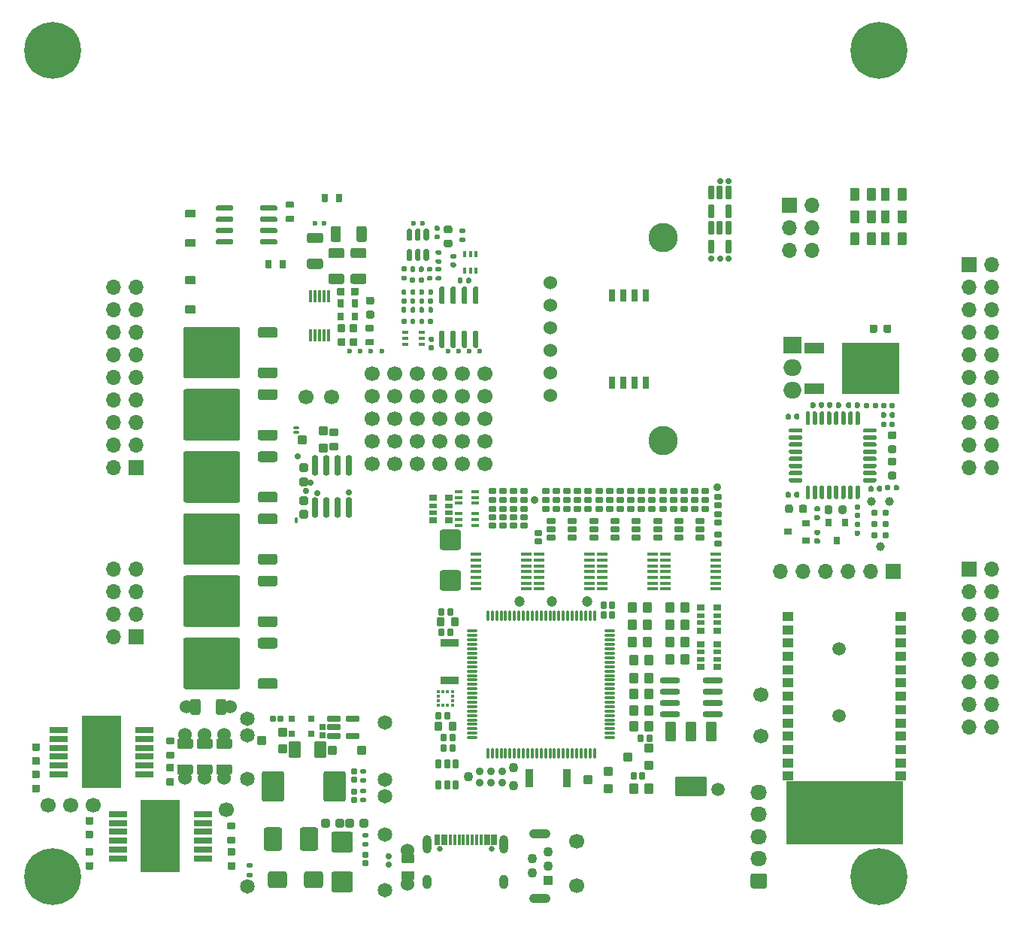
<source format=gts>
G75*
G70*
%OFA0B0*%
%FSLAX25Y25*%
%IPPOS*%
%LPD*%
%AMOC8*
5,1,8,0,0,1.08239X$1,22.5*
%
%AMM116*
21,1,0.027170,0.052760,0.000000,-0.000000,180.000000*
21,1,0.017320,0.062600,0.000000,-0.000000,180.000000*
1,1,0.009840,-0.008660,0.026380*
1,1,0.009840,0.008660,0.026380*
1,1,0.009840,0.008660,-0.026380*
1,1,0.009840,-0.008660,-0.026380*
%
%AMM14*
21,1,0.092130,0.073230,0.000000,0.000000,270.000000*
21,1,0.069290,0.096060,0.000000,0.000000,270.000000*
1,1,0.022840,-0.036610,-0.034650*
1,1,0.022840,-0.036610,0.034650*
1,1,0.022840,0.036610,0.034650*
1,1,0.022840,0.036610,-0.034650*
%
%AMM15*
21,1,0.100000,0.111020,0.000000,0.000000,0.000000*
21,1,0.075590,0.135430,0.000000,0.000000,0.000000*
1,1,0.024410,0.037800,-0.055510*
1,1,0.024410,-0.037800,-0.055510*
1,1,0.024410,-0.037800,0.055510*
1,1,0.024410,0.037800,0.055510*
%
%AMM16*
21,1,0.080320,0.083460,0.000000,0.000000,0.000000*
21,1,0.059840,0.103940,0.000000,0.000000,0.000000*
1,1,0.020470,0.029920,-0.041730*
1,1,0.020470,-0.029920,-0.041730*
1,1,0.020470,-0.029920,0.041730*
1,1,0.020470,0.029920,0.041730*
%
%AMM17*
21,1,0.084250,0.053540,0.000000,0.000000,180.000000*
21,1,0.065350,0.072440,0.000000,0.000000,180.000000*
1,1,0.018900,-0.032680,0.026770*
1,1,0.018900,0.032680,0.026770*
1,1,0.018900,0.032680,-0.026770*
1,1,0.018900,-0.032680,-0.026770*
%
%AMM18*
21,1,0.040950,0.030320,0.000000,0.000000,90.000000*
21,1,0.028350,0.042910,0.000000,0.000000,90.000000*
1,1,0.012600,0.015160,0.014170*
1,1,0.012600,0.015160,-0.014170*
1,1,0.012600,-0.015160,-0.014170*
1,1,0.012600,-0.015160,0.014170*
%
%AMM19*
21,1,0.027170,0.052760,0.000000,0.000000,270.000000*
21,1,0.017320,0.062600,0.000000,0.000000,270.000000*
1,1,0.009840,-0.026380,-0.008660*
1,1,0.009840,-0.026380,0.008660*
1,1,0.009840,0.026380,0.008660*
1,1,0.009840,0.026380,-0.008660*
%
%AMM199*
21,1,0.029530,0.026380,-0.000000,-0.000000,90.000000*
21,1,0.020470,0.035430,-0.000000,-0.000000,90.000000*
1,1,0.009060,0.013190,0.010240*
1,1,0.009060,0.013190,-0.010240*
1,1,0.009060,-0.013190,-0.010240*
1,1,0.009060,-0.013190,0.010240*
%
%AMM20*
21,1,0.041340,0.026770,0.000000,0.000000,0.000000*
21,1,0.029130,0.038980,0.000000,0.000000,0.000000*
1,1,0.012210,0.014570,-0.013390*
1,1,0.012210,-0.014570,-0.013390*
1,1,0.012210,-0.014570,0.013390*
1,1,0.012210,0.014570,0.013390*
%
%AMM200*
21,1,0.021650,0.027950,-0.000000,-0.000000,90.000000*
21,1,0.014170,0.035430,-0.000000,-0.000000,90.000000*
1,1,0.007480,0.013980,0.007090*
1,1,0.007480,0.013980,-0.007090*
1,1,0.007480,-0.013980,-0.007090*
1,1,0.007480,-0.013980,0.007090*
%
%AMM201*
21,1,0.016540,0.028980,-0.000000,-0.000000,270.000000*
21,1,0.010080,0.035430,-0.000000,-0.000000,270.000000*
1,1,0.006460,-0.014490,-0.005040*
1,1,0.006460,-0.014490,0.005040*
1,1,0.006460,0.014490,0.005040*
1,1,0.006460,0.014490,-0.005040*
%
%AMM202*
21,1,0.027560,0.030710,-0.000000,-0.000000,0.000000*
21,1,0.018900,0.039370,-0.000000,-0.000000,0.000000*
1,1,0.008660,0.009450,-0.015350*
1,1,0.008660,-0.009450,-0.015350*
1,1,0.008660,-0.009450,0.015350*
1,1,0.008660,0.009450,0.015350*
%
%AMM203*
21,1,0.031500,0.018900,-0.000000,-0.000000,270.000000*
21,1,0.022840,0.027560,-0.000000,-0.000000,270.000000*
1,1,0.008660,-0.009450,-0.011420*
1,1,0.008660,-0.009450,0.011420*
1,1,0.008660,0.009450,0.011420*
1,1,0.008660,0.009450,-0.011420*
%
%AMM204*
21,1,0.035430,0.072440,-0.000000,-0.000000,270.000000*
21,1,0.025200,0.082680,-0.000000,-0.000000,270.000000*
1,1,0.010240,-0.036220,-0.012600*
1,1,0.010240,-0.036220,0.012600*
1,1,0.010240,0.036220,0.012600*
1,1,0.010240,0.036220,-0.012600*
%
%AMM205*
21,1,0.031500,0.018900,-0.000000,-0.000000,0.000000*
21,1,0.022840,0.027560,-0.000000,-0.000000,0.000000*
1,1,0.008660,0.011420,-0.009450*
1,1,0.008660,-0.011420,-0.009450*
1,1,0.008660,-0.011420,0.009450*
1,1,0.008660,0.011420,0.009450*
%
%AMM206*
21,1,0.027560,0.030710,-0.000000,-0.000000,90.000000*
21,1,0.018900,0.039370,-0.000000,-0.000000,90.000000*
1,1,0.008660,0.015350,0.009450*
1,1,0.008660,0.015350,-0.009450*
1,1,0.008660,-0.015350,-0.009450*
1,1,0.008660,-0.015350,0.009450*
%
%AMM207*
21,1,0.039370,0.030320,-0.000000,-0.000000,90.000000*
21,1,0.028350,0.041340,-0.000000,-0.000000,90.000000*
1,1,0.011020,0.015160,0.014170*
1,1,0.011020,0.015160,-0.014170*
1,1,0.011020,-0.015160,-0.014170*
1,1,0.011020,-0.015160,0.014170*
%
%AMM208*
21,1,0.047240,0.075980,-0.000000,-0.000000,180.000000*
21,1,0.034650,0.088580,-0.000000,-0.000000,180.000000*
1,1,0.012600,-0.017320,0.037990*
1,1,0.012600,0.017320,0.037990*
1,1,0.012600,0.017320,-0.037990*
1,1,0.012600,-0.017320,-0.037990*
%
%AMM209*
21,1,0.043310,0.035430,-0.000000,-0.000000,180.000000*
21,1,0.031500,0.047240,-0.000000,-0.000000,180.000000*
1,1,0.011810,-0.015750,0.017720*
1,1,0.011810,0.015750,0.017720*
1,1,0.011810,0.015750,-0.017720*
1,1,0.011810,-0.015750,-0.017720*
%
%AMM21*
21,1,0.076380,0.036220,0.000000,0.000000,90.000000*
21,1,0.061810,0.050790,0.000000,0.000000,90.000000*
1,1,0.014570,0.018110,0.030910*
1,1,0.014570,0.018110,-0.030910*
1,1,0.014570,-0.018110,-0.030910*
1,1,0.014570,-0.018110,0.030910*
%
%AMM210*
21,1,0.031500,0.030710,-0.000000,-0.000000,180.000000*
21,1,0.022050,0.040160,-0.000000,-0.000000,180.000000*
1,1,0.009450,-0.011020,0.015350*
1,1,0.009450,0.011020,0.015350*
1,1,0.009450,0.011020,-0.015350*
1,1,0.009450,-0.011020,-0.015350*
%
%AMM211*
21,1,0.035430,0.072440,-0.000000,-0.000000,180.000000*
21,1,0.025200,0.082680,-0.000000,-0.000000,180.000000*
1,1,0.010240,-0.012600,0.036220*
1,1,0.010240,0.012600,0.036220*
1,1,0.010240,0.012600,-0.036220*
1,1,0.010240,-0.012600,-0.036220*
%
%AMM212*
21,1,0.141730,0.067720,-0.000000,-0.000000,180.000000*
21,1,0.120870,0.088580,-0.000000,-0.000000,180.000000*
1,1,0.020870,-0.060430,0.033860*
1,1,0.020870,0.060430,0.033860*
1,1,0.020870,0.060430,-0.033860*
1,1,0.020870,-0.060430,-0.033860*
%
%AMM213*
21,1,0.047240,0.075990,-0.000000,-0.000000,180.000000*
21,1,0.034650,0.088580,-0.000000,-0.000000,180.000000*
1,1,0.012600,-0.017320,0.037990*
1,1,0.012600,0.017320,0.037990*
1,1,0.012600,0.017320,-0.037990*
1,1,0.012600,-0.017320,-0.037990*
%
%AMM214*
21,1,0.090550,0.073230,-0.000000,-0.000000,270.000000*
21,1,0.069290,0.094490,-0.000000,-0.000000,270.000000*
1,1,0.021260,-0.036610,-0.034650*
1,1,0.021260,-0.036610,0.034650*
1,1,0.021260,0.036610,0.034650*
1,1,0.021260,0.036610,-0.034650*
%
%AMM22*
21,1,0.038980,0.026770,0.000000,0.000000,0.000000*
21,1,0.026770,0.038980,0.000000,0.000000,0.000000*
1,1,0.012210,0.013390,-0.013390*
1,1,0.012210,-0.013390,-0.013390*
1,1,0.012210,-0.013390,0.013390*
1,1,0.012210,0.013390,0.013390*
%
%AMM23*
21,1,0.021260,0.016540,0.000000,0.000000,270.000000*
21,1,0.012600,0.025200,0.000000,0.000000,270.000000*
1,1,0.008660,-0.008270,-0.006300*
1,1,0.008660,-0.008270,0.006300*
1,1,0.008660,0.008270,0.006300*
1,1,0.008660,0.008270,-0.006300*
%
%AMM24*
21,1,0.029130,0.018900,0.000000,0.000000,90.000000*
21,1,0.018900,0.029130,0.000000,0.000000,90.000000*
1,1,0.010240,0.009450,0.009450*
1,1,0.010240,0.009450,-0.009450*
1,1,0.010240,-0.009450,-0.009450*
1,1,0.010240,-0.009450,0.009450*
%
%AMM25*
21,1,0.025200,0.019680,0.000000,0.000000,0.000000*
21,1,0.015750,0.029130,0.000000,0.000000,0.000000*
1,1,0.009450,0.007870,-0.009840*
1,1,0.009450,-0.007870,-0.009840*
1,1,0.009450,-0.007870,0.009840*
1,1,0.009450,0.007870,0.009840*
%
%AMM252*
21,1,0.040950,0.030320,0.000000,-0.000000,90.000000*
21,1,0.028350,0.042910,0.000000,-0.000000,90.000000*
1,1,0.012600,0.015160,0.014170*
1,1,0.012600,0.015160,-0.014170*
1,1,0.012600,-0.015160,-0.014170*
1,1,0.012600,-0.015160,0.014170*
%
%AMM253*
21,1,0.038980,0.026770,0.000000,-0.000000,270.000000*
21,1,0.026770,0.038980,0.000000,-0.000000,270.000000*
1,1,0.012210,-0.013390,-0.013390*
1,1,0.012210,-0.013390,0.013390*
1,1,0.012210,0.013390,0.013390*
1,1,0.012210,0.013390,-0.013390*
%
%AMM254*
21,1,0.033070,0.030710,0.000000,-0.000000,90.000000*
21,1,0.022050,0.041730,0.000000,-0.000000,90.000000*
1,1,0.011020,0.015350,0.011020*
1,1,0.011020,0.015350,-0.011020*
1,1,0.011020,-0.015350,-0.011020*
1,1,0.011020,-0.015350,0.011020*
%
%AMM26*
21,1,0.025200,0.019680,0.000000,0.000000,270.000000*
21,1,0.015750,0.029130,0.000000,0.000000,270.000000*
1,1,0.009450,-0.009840,-0.007870*
1,1,0.009450,-0.009840,0.007870*
1,1,0.009450,0.009840,0.007870*
1,1,0.009450,0.009840,-0.007870*
%
%ADD11C,0.06693*%
%ADD116M14*%
%ADD117M15*%
%ADD118M16*%
%ADD119M17*%
%ADD120M18*%
%ADD121M19*%
%ADD122M20*%
%ADD123M21*%
%ADD124M22*%
%ADD125M23*%
%ADD126M24*%
%ADD127M25*%
%ADD128M26*%
%ADD129C,0.02913*%
%ADD130C,0.06457*%
%ADD152R,0.02559X0.01575*%
%ADD153R,0.01575X0.02559*%
%ADD156R,0.03543X0.03150*%
%ADD158C,0.05118*%
%ADD160R,0.03150X0.03543*%
%ADD168C,0.03100*%
%ADD171C,0.03900*%
%ADD205O,0.05118X0.01260*%
%ADD206O,0.01260X0.05118*%
%ADD207O,0.04724X0.01575*%
%ADD208C,0.03494*%
%ADD21R,0.06693X0.06693*%
%ADD211R,0.01772X0.01378*%
%ADD212R,0.01378X0.01772*%
%ADD217O,0.09055X0.02756*%
%ADD22O,0.06693X0.06693*%
%ADD224C,0.03543*%
%ADD226C,0.04724*%
%ADD227C,0.04294*%
%ADD23C,0.03150*%
%ADD24C,0.25197*%
%ADD25C,0.06000*%
%ADD26O,0.07283X0.06693*%
%ADD27C,0.02362*%
%ADD271O,0.02520X0.01535*%
%ADD272O,0.01535X0.02520*%
%ADD297M116*%
%ADD306R,0.01181X0.05512*%
%ADD307R,0.08661X0.04724*%
%ADD308R,0.25197X0.22835*%
%ADD309R,0.07874X0.07500*%
%ADD310O,0.07874X0.07500*%
%ADD33R,0.04331X0.04331*%
%ADD34C,0.04331*%
%ADD35O,0.09449X0.04331*%
%ADD38C,0.05906*%
%ADD408M199*%
%ADD409M200*%
%ADD410M201*%
%ADD411M202*%
%ADD412M203*%
%ADD413M204*%
%ADD414M205*%
%ADD415M206*%
%ADD416M207*%
%ADD417M208*%
%ADD418M209*%
%ADD419M210*%
%ADD420M211*%
%ADD421M212*%
%ADD422M213*%
%ADD423M214*%
%ADD452O,0.02913X0.09213*%
%ADD462M252*%
%ADD463M253*%
%ADD464M254*%
%ADD51O,0.00984X0.01969*%
%ADD53O,0.01969X0.00984*%
%ADD54R,0.05118X0.03937*%
%ADD55R,0.07874X0.02559*%
%ADD56R,0.17717X0.31890*%
%ADD69R,0.01181X0.04528*%
%ADD70O,0.03937X0.08268*%
%ADD71O,0.03937X0.06299*%
%ADD72C,0.13000*%
%ADD73R,0.02717X0.05315*%
%ADD78C,0.00472*%
%ADD79C,0.02559*%
X0000000Y0000000D02*
%LPD*%
G01*
D78*
X0390354Y0028503D02*
X0339173Y0028503D01*
X0339173Y0056062D01*
X0390354Y0056062D01*
X0390354Y0028503D01*
G36*
X0390354Y0028503D02*
G01*
X0339173Y0028503D01*
X0339173Y0056062D01*
X0390354Y0056062D01*
X0390354Y0028503D01*
G37*
G36*
G01*
X0380883Y0294119D02*
X0380883Y0299040D01*
G75*
G02*
X0381277Y0299434I0000394J0000000D01*
G01*
X0384427Y0299434D01*
G75*
G02*
X0384820Y0299040I0000000J-000394D01*
G01*
X0384820Y0294119D01*
G75*
G02*
X0384427Y0293725I-000394J0000000D01*
G01*
X0381277Y0293725D01*
G75*
G02*
X0380883Y0294119I0000000J0000394D01*
G01*
G37*
G36*
G01*
X0388364Y0294119D02*
X0388364Y0299040D01*
G75*
G02*
X0388757Y0299434I0000394J0000000D01*
G01*
X0391907Y0299434D01*
G75*
G02*
X0392301Y0299040I0000000J-000394D01*
G01*
X0392301Y0294119D01*
G75*
G02*
X0391907Y0293725I-000394J0000000D01*
G01*
X0388757Y0293725D01*
G75*
G02*
X0388364Y0294119I0000000J0000394D01*
G01*
G37*
G36*
G01*
X0113287Y0295767D02*
X0113287Y0294586D01*
G75*
G02*
X0112697Y0293995I-000591J0000000D01*
G01*
X0106201Y0293995D01*
G75*
G02*
X0105610Y0294586I0000000J0000591D01*
G01*
X0105610Y0295767D01*
G75*
G02*
X0106201Y0296357I0000591J0000000D01*
G01*
X0112697Y0296357D01*
G75*
G02*
X0113287Y0295767I0000000J-000591D01*
G01*
G37*
G36*
G01*
X0113287Y0300767D02*
X0113287Y0299586D01*
G75*
G02*
X0112697Y0298995I-000591J0000000D01*
G01*
X0106201Y0298995D01*
G75*
G02*
X0105610Y0299586I0000000J0000591D01*
G01*
X0105610Y0300767D01*
G75*
G02*
X0106201Y0301357I0000591J0000000D01*
G01*
X0112697Y0301357D01*
G75*
G02*
X0113287Y0300767I0000000J-000591D01*
G01*
G37*
G36*
G01*
X0113287Y0305767D02*
X0113287Y0304586D01*
G75*
G02*
X0112697Y0303995I-000591J0000000D01*
G01*
X0106201Y0303995D01*
G75*
G02*
X0105610Y0304586I0000000J0000591D01*
G01*
X0105610Y0305767D01*
G75*
G02*
X0106201Y0306357I0000591J0000000D01*
G01*
X0112697Y0306357D01*
G75*
G02*
X0113287Y0305767I0000000J-000591D01*
G01*
G37*
G36*
G01*
X0113287Y0310767D02*
X0113287Y0309586D01*
G75*
G02*
X0112697Y0308995I-000591J0000000D01*
G01*
X0106201Y0308995D01*
G75*
G02*
X0105610Y0309586I0000000J0000591D01*
G01*
X0105610Y0310767D01*
G75*
G02*
X0106201Y0311357I0000591J0000000D01*
G01*
X0112697Y0311357D01*
G75*
G02*
X0113287Y0310767I0000000J-000591D01*
G01*
G37*
G36*
G01*
X0093799Y0310767D02*
X0093799Y0309586D01*
G75*
G02*
X0093209Y0308995I-000591J0000000D01*
G01*
X0086713Y0308995D01*
G75*
G02*
X0086122Y0309586I0000000J0000591D01*
G01*
X0086122Y0310767D01*
G75*
G02*
X0086713Y0311357I0000591J0000000D01*
G01*
X0093209Y0311357D01*
G75*
G02*
X0093799Y0310767I0000000J-000591D01*
G01*
G37*
G36*
G01*
X0093799Y0305767D02*
X0093799Y0304586D01*
G75*
G02*
X0093209Y0303995I-000591J0000000D01*
G01*
X0086713Y0303995D01*
G75*
G02*
X0086122Y0304586I0000000J0000591D01*
G01*
X0086122Y0305767D01*
G75*
G02*
X0086713Y0306357I0000591J0000000D01*
G01*
X0093209Y0306357D01*
G75*
G02*
X0093799Y0305767I0000000J-000591D01*
G01*
G37*
G36*
G01*
X0093799Y0300767D02*
X0093799Y0299586D01*
G75*
G02*
X0093209Y0298995I-000591J0000000D01*
G01*
X0086713Y0298995D01*
G75*
G02*
X0086122Y0299586I0000000J0000591D01*
G01*
X0086122Y0300767D01*
G75*
G02*
X0086713Y0301357I0000591J0000000D01*
G01*
X0093209Y0301357D01*
G75*
G02*
X0093799Y0300767I0000000J-000591D01*
G01*
G37*
G36*
G01*
X0093799Y0295767D02*
X0093799Y0294586D01*
G75*
G02*
X0093209Y0293995I-000591J0000000D01*
G01*
X0086713Y0293995D01*
G75*
G02*
X0086122Y0294586I0000000J0000591D01*
G01*
X0086122Y0295767D01*
G75*
G02*
X0086713Y0296357I0000591J0000000D01*
G01*
X0093209Y0296357D01*
G75*
G02*
X0093799Y0295767I0000000J-000591D01*
G01*
G37*
G36*
G01*
X0028583Y0040275D02*
X0031260Y0040275D01*
G75*
G02*
X0031594Y0039940I0000000J-000335D01*
G01*
X0031594Y0037263D01*
G75*
G02*
X0031260Y0036928I-000335J0000000D01*
G01*
X0028583Y0036928D01*
G75*
G02*
X0028248Y0037263I0000000J0000335D01*
G01*
X0028248Y0039940D01*
G75*
G02*
X0028583Y0040275I0000335J0000000D01*
G01*
G37*
G36*
G01*
X0028583Y0034054D02*
X0031260Y0034054D01*
G75*
G02*
X0031594Y0033719I0000000J-000335D01*
G01*
X0031594Y0031042D01*
G75*
G02*
X0031260Y0030708I-000335J0000000D01*
G01*
X0028583Y0030708D01*
G75*
G02*
X0028248Y0031042I0000000J0000335D01*
G01*
X0028248Y0033719D01*
G75*
G02*
X0028583Y0034054I0000335J0000000D01*
G01*
G37*
G36*
G01*
X0380883Y0303961D02*
X0380883Y0308882D01*
G75*
G02*
X0381277Y0309276I0000394J0000000D01*
G01*
X0384427Y0309276D01*
G75*
G02*
X0384820Y0308882I0000000J-000394D01*
G01*
X0384820Y0303961D01*
G75*
G02*
X0384427Y0303567I-000394J0000000D01*
G01*
X0381277Y0303567D01*
G75*
G02*
X0380883Y0303961I0000000J0000394D01*
G01*
G37*
G36*
G01*
X0388364Y0303961D02*
X0388364Y0308882D01*
G75*
G02*
X0388757Y0309276I0000394J0000000D01*
G01*
X0391907Y0309276D01*
G75*
G02*
X0392301Y0308882I0000000J-000394D01*
G01*
X0392301Y0303961D01*
G75*
G02*
X0391907Y0303567I-000394J0000000D01*
G01*
X0388757Y0303567D01*
G75*
G02*
X0388364Y0303961I0000000J0000394D01*
G01*
G37*
G36*
G01*
X0113386Y0155845D02*
X0113386Y0153089D01*
G75*
G02*
X0112402Y0152105I-000984J0000000D01*
G01*
X0105709Y0152105D01*
G75*
G02*
X0104724Y0153089I0000000J0000984D01*
G01*
X0104724Y0155845D01*
G75*
G02*
X0105709Y0156830I0000984J0000000D01*
G01*
X0112402Y0156830D01*
G75*
G02*
X0113386Y0155845I0000000J-000984D01*
G01*
G37*
G36*
G01*
X0096850Y0173877D02*
X0096850Y0153011D01*
G75*
G02*
X0095866Y0152027I-000984J0000000D01*
G01*
X0072638Y0152027D01*
G75*
G02*
X0071654Y0153011I0000000J0000984D01*
G01*
X0071654Y0173877D01*
G75*
G02*
X0072638Y0174861I0000984J0000000D01*
G01*
X0095866Y0174861D01*
G75*
G02*
X0096850Y0173877I0000000J-000984D01*
G01*
G37*
G36*
G01*
X0113386Y0173798D02*
X0113386Y0171042D01*
G75*
G02*
X0112402Y0170058I-000984J0000000D01*
G01*
X0105709Y0170058D01*
G75*
G02*
X0104724Y0171042I0000000J0000984D01*
G01*
X0104724Y0173798D01*
G75*
G02*
X0105709Y0174782I0000984J0000000D01*
G01*
X0112402Y0174782D01*
G75*
G02*
X0113386Y0173798I0000000J-000984D01*
G01*
G37*
D11*
X0327559Y0076042D03*
G36*
G01*
X0113386Y0238523D02*
X0113386Y0235767D01*
G75*
G02*
X0112402Y0234782I-000984J0000000D01*
G01*
X0105709Y0234782D01*
G75*
G02*
X0104724Y0235767I0000000J0000984D01*
G01*
X0104724Y0238523D01*
G75*
G02*
X0105709Y0239507I0000984J0000000D01*
G01*
X0112402Y0239507D01*
G75*
G02*
X0113386Y0238523I0000000J-000984D01*
G01*
G37*
G36*
G01*
X0096850Y0256554D02*
X0096850Y0235688D01*
G75*
G02*
X0095866Y0234704I-000984J0000000D01*
G01*
X0072638Y0234704D01*
G75*
G02*
X0071654Y0235688I0000000J0000984D01*
G01*
X0071654Y0256554D01*
G75*
G02*
X0072638Y0257538I0000984J0000000D01*
G01*
X0095866Y0257538D01*
G75*
G02*
X0096850Y0256554I0000000J-000984D01*
G01*
G37*
G36*
G01*
X0113386Y0256475D02*
X0113386Y0253719D01*
G75*
G02*
X0112402Y0252735I-000984J0000000D01*
G01*
X0105709Y0252735D01*
G75*
G02*
X0104724Y0253719I0000000J0000984D01*
G01*
X0104724Y0256475D01*
G75*
G02*
X0105709Y0257460I0000984J0000000D01*
G01*
X0112402Y0257460D01*
G75*
G02*
X0113386Y0256475I0000000J-000984D01*
G01*
G37*
G36*
G01*
X0113386Y0210964D02*
X0113386Y0208208D01*
G75*
G02*
X0112402Y0207223I-000984J0000000D01*
G01*
X0105709Y0207223D01*
G75*
G02*
X0104724Y0208208I0000000J0000984D01*
G01*
X0104724Y0210964D01*
G75*
G02*
X0105709Y0211948I0000984J0000000D01*
G01*
X0112402Y0211948D01*
G75*
G02*
X0113386Y0210964I0000000J-000984D01*
G01*
G37*
G36*
G01*
X0096850Y0228995D02*
X0096850Y0208129D01*
G75*
G02*
X0095866Y0207145I-000984J0000000D01*
G01*
X0072638Y0207145D01*
G75*
G02*
X0071654Y0208129I0000000J0000984D01*
G01*
X0071654Y0228995D01*
G75*
G02*
X0072638Y0229979I0000984J0000000D01*
G01*
X0095866Y0229979D01*
G75*
G02*
X0096850Y0228995I0000000J-000984D01*
G01*
G37*
G36*
G01*
X0113386Y0228916D02*
X0113386Y0226160D01*
G75*
G02*
X0112402Y0225176I-000984J0000000D01*
G01*
X0105709Y0225176D01*
G75*
G02*
X0104724Y0226160I0000000J0000984D01*
G01*
X0104724Y0228916D01*
G75*
G02*
X0105709Y0229901I0000984J0000000D01*
G01*
X0112402Y0229901D01*
G75*
G02*
X0113386Y0228916I0000000J-000984D01*
G01*
G37*
X0125984Y0226436D03*
G36*
G01*
X0091575Y0026495D02*
X0094252Y0026495D01*
G75*
G02*
X0094587Y0026160I0000000J-000335D01*
G01*
X0094587Y0023483D01*
G75*
G02*
X0094252Y0023149I-000335J0000000D01*
G01*
X0091575Y0023149D01*
G75*
G02*
X0091240Y0023483I0000000J0000335D01*
G01*
X0091240Y0026160D01*
G75*
G02*
X0091575Y0026495I0000335J0000000D01*
G01*
G37*
G36*
G01*
X0091575Y0020275D02*
X0094252Y0020275D01*
G75*
G02*
X0094587Y0019940I0000000J-000335D01*
G01*
X0094587Y0017263D01*
G75*
G02*
X0094252Y0016928I-000335J0000000D01*
G01*
X0091575Y0016928D01*
G75*
G02*
X0091240Y0017263I0000000J0000335D01*
G01*
X0091240Y0019940D01*
G75*
G02*
X0091575Y0020275I0000335J0000000D01*
G01*
G37*
G36*
G01*
X0142057Y0316259D02*
X0142057Y0313188D01*
G75*
G02*
X0141781Y0312912I-000276J0000000D01*
G01*
X0139577Y0312912D01*
G75*
G02*
X0139301Y0313188I0000000J0000276D01*
G01*
X0139301Y0316259D01*
G75*
G02*
X0139577Y0316534I0000276J0000000D01*
G01*
X0141781Y0316534D01*
G75*
G02*
X0142057Y0316259I0000000J-000276D01*
G01*
G37*
G36*
G01*
X0135758Y0316259D02*
X0135758Y0313188D01*
G75*
G02*
X0135482Y0312912I-000276J0000000D01*
G01*
X0133278Y0312912D01*
G75*
G02*
X0133002Y0313188I0000000J0000276D01*
G01*
X0133002Y0316259D01*
G75*
G02*
X0133278Y0316534I0000276J0000000D01*
G01*
X0135482Y0316534D01*
G75*
G02*
X0135758Y0316259I0000000J-000276D01*
G01*
G37*
X0137402Y0226436D03*
D21*
X0420150Y0284979D03*
D22*
X0430150Y0284979D03*
X0420150Y0274979D03*
X0430150Y0274979D03*
X0420150Y0264979D03*
X0430150Y0264979D03*
X0420150Y0254979D03*
X0430150Y0254979D03*
X0420150Y0244979D03*
X0430150Y0244979D03*
X0420150Y0234979D03*
X0430150Y0234979D03*
X0420150Y0224979D03*
X0430150Y0224979D03*
X0420150Y0214979D03*
X0430150Y0214979D03*
X0420150Y0204979D03*
X0430150Y0204979D03*
X0420150Y0194979D03*
X0430150Y0194979D03*
G36*
G01*
X0064508Y0063739D02*
X0067185Y0063739D01*
G75*
G02*
X0067520Y0063404I0000000J-000335D01*
G01*
X0067520Y0060727D01*
G75*
G02*
X0067185Y0060393I-000335J0000000D01*
G01*
X0064508Y0060393D01*
G75*
G02*
X0064173Y0060727I0000000J0000335D01*
G01*
X0064173Y0063404D01*
G75*
G02*
X0064508Y0063739I0000335J0000000D01*
G01*
G37*
G36*
G01*
X0064508Y0057519D02*
X0067185Y0057519D01*
G75*
G02*
X0067520Y0057184I0000000J-000335D01*
G01*
X0067520Y0054507D01*
G75*
G02*
X0067185Y0054172I-000335J0000000D01*
G01*
X0064508Y0054172D01*
G75*
G02*
X0064173Y0054507I0000000J0000335D01*
G01*
X0064173Y0057184D01*
G75*
G02*
X0064508Y0057519I0000335J0000000D01*
G01*
G37*
D11*
X0021811Y0045334D03*
D23*
X0004331Y0379979D03*
X0007098Y0386661D03*
X0007098Y0373298D03*
X0013780Y0389428D03*
D24*
X0013780Y0379979D03*
D23*
X0013780Y0370530D03*
X0020461Y0386661D03*
X0020461Y0373298D03*
X0023228Y0379979D03*
X0370472Y0379979D03*
X0373240Y0386661D03*
X0373240Y0373298D03*
X0379921Y0389428D03*
D24*
X0379921Y0379979D03*
D23*
X0379921Y0370530D03*
X0386603Y0386661D03*
X0386603Y0373298D03*
X0389370Y0379979D03*
D25*
X0072441Y0076633D03*
G36*
G01*
X0068898Y0071338D02*
X0068898Y0074054D01*
G75*
G02*
X0069803Y0074960I0000906J0000000D01*
G01*
X0075079Y0074960D01*
G75*
G02*
X0075984Y0074054I0000000J-000906D01*
G01*
X0075984Y0071338D01*
G75*
G02*
X0075079Y0070432I-000906J0000000D01*
G01*
X0069803Y0070432D01*
G75*
G02*
X0068898Y0071338I0000000J0000906D01*
G01*
G37*
G36*
G01*
X0068898Y0059920D02*
X0068898Y0062637D01*
G75*
G02*
X0069803Y0063542I0000906J0000000D01*
G01*
X0075079Y0063542D01*
G75*
G02*
X0075984Y0062637I0000000J-000906D01*
G01*
X0075984Y0059920D01*
G75*
G02*
X0075079Y0059015I-000906J0000000D01*
G01*
X0069803Y0059015D01*
G75*
G02*
X0068898Y0059920I0000000J0000906D01*
G01*
G37*
X0072441Y0057341D03*
G36*
G01*
X0367301Y0294119D02*
X0367301Y0299040D01*
G75*
G02*
X0367694Y0299434I0000394J0000000D01*
G01*
X0370844Y0299434D01*
G75*
G02*
X0371238Y0299040I0000000J-000394D01*
G01*
X0371238Y0294119D01*
G75*
G02*
X0370844Y0293725I-000394J0000000D01*
G01*
X0367694Y0293725D01*
G75*
G02*
X0367301Y0294119I0000000J0000394D01*
G01*
G37*
G36*
G01*
X0374781Y0294119D02*
X0374781Y0299040D01*
G75*
G02*
X0375175Y0299434I0000394J0000000D01*
G01*
X0378324Y0299434D01*
G75*
G02*
X0378718Y0299040I0000000J-000394D01*
G01*
X0378718Y0294119D01*
G75*
G02*
X0378324Y0293725I-000394J0000000D01*
G01*
X0375175Y0293725D01*
G75*
G02*
X0374781Y0294119I0000000J0000394D01*
G01*
G37*
G36*
G01*
X0004961Y0072952D02*
X0007638Y0072952D01*
G75*
G02*
X0007972Y0072617I0000000J-000335D01*
G01*
X0007972Y0069940D01*
G75*
G02*
X0007638Y0069605I-000335J0000000D01*
G01*
X0004961Y0069605D01*
G75*
G02*
X0004626Y0069940I0000000J0000335D01*
G01*
X0004626Y0072617D01*
G75*
G02*
X0004961Y0072952I0000335J0000000D01*
G01*
G37*
G36*
G01*
X0004961Y0066731D02*
X0007638Y0066731D01*
G75*
G02*
X0007972Y0066397I0000000J-000335D01*
G01*
X0007972Y0063719D01*
G75*
G02*
X0007638Y0063385I-000335J0000000D01*
G01*
X0004961Y0063385D01*
G75*
G02*
X0004626Y0063719I0000000J0000335D01*
G01*
X0004626Y0066397D01*
G75*
G02*
X0004961Y0066731I0000335J0000000D01*
G01*
G37*
G36*
G01*
X0329429Y0008523D02*
X0324114Y0008523D01*
G75*
G02*
X0323130Y0009507I0000000J0000984D01*
G01*
X0323130Y0014231D01*
G75*
G02*
X0324114Y0015215I0000984J0000000D01*
G01*
X0329429Y0015215D01*
G75*
G02*
X0330413Y0014231I0000000J-000984D01*
G01*
X0330413Y0009507D01*
G75*
G02*
X0329429Y0008523I-000984J0000000D01*
G01*
G37*
D26*
X0326772Y0021712D03*
X0326772Y0031554D03*
X0326772Y0041397D03*
X0326772Y0051239D03*
D11*
X0246063Y0029586D03*
D23*
X0004331Y0013838D03*
X0007098Y0020519D03*
X0007098Y0007156D03*
X0013780Y0023286D03*
D24*
X0013780Y0013838D03*
D23*
X0013780Y0004389D03*
X0020461Y0020519D03*
X0020461Y0007156D03*
X0023228Y0013838D03*
D27*
X0193602Y0246810D03*
X0188878Y0246810D03*
X0198327Y0246810D03*
X0203051Y0246810D03*
X0177618Y0303601D03*
X0173681Y0303601D03*
G36*
G01*
X0117126Y0286830D02*
X0117126Y0283759D01*
G75*
G02*
X0116850Y0283483I-000276J0000000D01*
G01*
X0114646Y0283483D01*
G75*
G02*
X0114370Y0283759I0000000J0000276D01*
G01*
X0114370Y0286830D01*
G75*
G02*
X0114646Y0287105I0000276J0000000D01*
G01*
X0116850Y0287105D01*
G75*
G02*
X0117126Y0286830I0000000J-000276D01*
G01*
G37*
G36*
G01*
X0110827Y0286830D02*
X0110827Y0283759D01*
G75*
G02*
X0110551Y0283483I-000276J0000000D01*
G01*
X0108346Y0283483D01*
G75*
G02*
X0108071Y0283759I0000000J0000276D01*
G01*
X0108071Y0286830D01*
G75*
G02*
X0108346Y0287105I0000276J0000000D01*
G01*
X0110551Y0287105D01*
G75*
G02*
X0110827Y0286830I0000000J-000276D01*
G01*
G37*
D11*
X0011811Y0045334D03*
D33*
X0233268Y0012263D03*
D34*
X0226378Y0015412D03*
X0233268Y0018562D03*
X0226378Y0021712D03*
X0233268Y0024861D03*
D35*
X0229823Y0004192D03*
X0229823Y0032932D03*
D25*
X0081102Y0076633D03*
G36*
G01*
X0077559Y0071338D02*
X0077559Y0074054D01*
G75*
G02*
X0078465Y0074960I0000906J0000000D01*
G01*
X0083740Y0074960D01*
G75*
G02*
X0084646Y0074054I0000000J-000906D01*
G01*
X0084646Y0071338D01*
G75*
G02*
X0083740Y0070432I-000906J0000000D01*
G01*
X0078465Y0070432D01*
G75*
G02*
X0077559Y0071338I0000000J0000906D01*
G01*
G37*
G36*
G01*
X0077559Y0059920D02*
X0077559Y0062637D01*
G75*
G02*
X0078465Y0063542I0000906J0000000D01*
G01*
X0083740Y0063542D01*
G75*
G02*
X0084646Y0062637I0000000J-000906D01*
G01*
X0084646Y0059920D01*
G75*
G02*
X0083740Y0059015I-000906J0000000D01*
G01*
X0078465Y0059015D01*
G75*
G02*
X0077559Y0059920I0000000J0000906D01*
G01*
G37*
X0081102Y0057341D03*
D27*
X0313287Y0287952D03*
X0309547Y0287952D03*
X0305807Y0287952D03*
X0309744Y0322204D03*
X0313287Y0322204D03*
G36*
G01*
X0031260Y0016928D02*
X0028583Y0016928D01*
G75*
G02*
X0028248Y0017263I0000000J0000335D01*
G01*
X0028248Y0019940D01*
G75*
G02*
X0028583Y0020275I0000335J0000000D01*
G01*
X0031260Y0020275D01*
G75*
G02*
X0031594Y0019940I0000000J-000335D01*
G01*
X0031594Y0017263D01*
G75*
G02*
X0031260Y0016928I-000335J0000000D01*
G01*
G37*
G36*
G01*
X0031260Y0023149D02*
X0028583Y0023149D01*
G75*
G02*
X0028248Y0023483I0000000J0000335D01*
G01*
X0028248Y0026160D01*
G75*
G02*
X0028583Y0026495I0000335J0000000D01*
G01*
X0031260Y0026495D01*
G75*
G02*
X0031594Y0026160I0000000J-000335D01*
G01*
X0031594Y0023483D01*
G75*
G02*
X0031260Y0023149I-000335J0000000D01*
G01*
G37*
D11*
X0090551Y0043365D03*
D38*
X0160925Y0082046D03*
X0160925Y0056849D03*
X0160925Y0049369D03*
X0160925Y0032440D03*
D27*
X0162697Y0022991D03*
X0162697Y0019054D03*
D38*
X0160925Y0007834D03*
X0099902Y0083818D03*
X0099902Y0076534D03*
X0099902Y0057046D03*
X0099902Y0009605D03*
D21*
X0340350Y0311479D03*
D22*
X0350350Y0311479D03*
X0340350Y0301479D03*
X0350350Y0301479D03*
X0340350Y0291479D03*
X0350350Y0291479D03*
G36*
G01*
X0113386Y0100727D02*
X0113386Y0097971D01*
G75*
G02*
X0112402Y0096987I-000984J0000000D01*
G01*
X0105709Y0096987D01*
G75*
G02*
X0104724Y0097971I0000000J0000984D01*
G01*
X0104724Y0100727D01*
G75*
G02*
X0105709Y0101712I0000984J0000000D01*
G01*
X0112402Y0101712D01*
G75*
G02*
X0113386Y0100727I0000000J-000984D01*
G01*
G37*
G36*
G01*
X0096850Y0118759D02*
X0096850Y0097893D01*
G75*
G02*
X0095866Y0096908I-000984J0000000D01*
G01*
X0072638Y0096908D01*
G75*
G02*
X0071654Y0097893I0000000J0000984D01*
G01*
X0071654Y0118759D01*
G75*
G02*
X0072638Y0119743I0000984J0000000D01*
G01*
X0095866Y0119743D01*
G75*
G02*
X0096850Y0118759I0000000J-000984D01*
G01*
G37*
G36*
G01*
X0113386Y0118680D02*
X0113386Y0115924D01*
G75*
G02*
X0112402Y0114940I-000984J0000000D01*
G01*
X0105709Y0114940D01*
G75*
G02*
X0104724Y0115924I0000000J0000984D01*
G01*
X0104724Y0118680D01*
G75*
G02*
X0105709Y0119664I0000984J0000000D01*
G01*
X0112402Y0119664D01*
G75*
G02*
X0113386Y0118680I0000000J-000984D01*
G01*
G37*
D51*
X0121654Y0172007D03*
D53*
X0121850Y0212755D03*
X0121850Y0210786D03*
D27*
X0125984Y0184999D03*
X0128051Y0188444D03*
X0131004Y0183818D03*
X0144980Y0184113D03*
G36*
G01*
X0064311Y0075294D02*
X0067382Y0075294D01*
G75*
G02*
X0067657Y0075019I0000000J-000276D01*
G01*
X0067657Y0072814D01*
G75*
G02*
X0067382Y0072538I-000276J0000000D01*
G01*
X0064311Y0072538D01*
G75*
G02*
X0064035Y0072814I0000000J0000276D01*
G01*
X0064035Y0075019D01*
G75*
G02*
X0064311Y0075294I0000276J0000000D01*
G01*
G37*
G36*
G01*
X0064311Y0068995D02*
X0067382Y0068995D01*
G75*
G02*
X0067657Y0068719I0000000J-000276D01*
G01*
X0067657Y0066515D01*
G75*
G02*
X0067382Y0066239I-000276J0000000D01*
G01*
X0064311Y0066239D01*
G75*
G02*
X0064035Y0066515I0000000J0000276D01*
G01*
X0064035Y0068719D01*
G75*
G02*
X0064311Y0068995I0000276J0000000D01*
G01*
G37*
G36*
G01*
X0113386Y0183404D02*
X0113386Y0180649D01*
G75*
G02*
X0112402Y0179664I-000984J0000000D01*
G01*
X0105709Y0179664D01*
G75*
G02*
X0104724Y0180649I0000000J0000984D01*
G01*
X0104724Y0183404D01*
G75*
G02*
X0105709Y0184389I0000984J0000000D01*
G01*
X0112402Y0184389D01*
G75*
G02*
X0113386Y0183404I0000000J-000984D01*
G01*
G37*
G36*
G01*
X0096850Y0201436D02*
X0096850Y0180570D01*
G75*
G02*
X0095866Y0179586I-000984J0000000D01*
G01*
X0072638Y0179586D01*
G75*
G02*
X0071654Y0180570I0000000J0000984D01*
G01*
X0071654Y0201436D01*
G75*
G02*
X0072638Y0202420I0000984J0000000D01*
G01*
X0095866Y0202420D01*
G75*
G02*
X0096850Y0201436I0000000J-000984D01*
G01*
G37*
G36*
G01*
X0113386Y0201357D02*
X0113386Y0198601D01*
G75*
G02*
X0112402Y0197617I-000984J0000000D01*
G01*
X0105709Y0197617D01*
G75*
G02*
X0104724Y0198601I0000000J0000984D01*
G01*
X0104724Y0201357D01*
G75*
G02*
X0105709Y0202341I0000984J0000000D01*
G01*
X0112402Y0202341D01*
G75*
G02*
X0113386Y0201357I0000000J-000984D01*
G01*
G37*
D54*
X0389764Y0058326D03*
X0389764Y0064231D03*
X0389764Y0070137D03*
X0389764Y0076042D03*
X0389764Y0081948D03*
X0389764Y0087853D03*
X0389764Y0093759D03*
X0389764Y0099664D03*
X0389764Y0105570D03*
X0389764Y0111475D03*
X0389764Y0117381D03*
X0389764Y0123286D03*
X0389764Y0129192D03*
X0339764Y0129192D03*
X0339764Y0123286D03*
X0339764Y0117381D03*
X0339764Y0111475D03*
X0339764Y0105570D03*
X0339764Y0099664D03*
X0339764Y0093759D03*
X0339764Y0087853D03*
X0339764Y0081948D03*
X0339764Y0076042D03*
X0339764Y0070137D03*
X0339764Y0064231D03*
X0339764Y0058326D03*
G36*
G01*
X0367301Y0313804D02*
X0367301Y0318725D01*
G75*
G02*
X0367694Y0319119I0000394J0000000D01*
G01*
X0370844Y0319119D01*
G75*
G02*
X0371238Y0318725I0000000J-000394D01*
G01*
X0371238Y0313804D01*
G75*
G02*
X0370844Y0313410I-000394J0000000D01*
G01*
X0367694Y0313410D01*
G75*
G02*
X0367301Y0313804I0000000J0000394D01*
G01*
G37*
G36*
G01*
X0374781Y0313804D02*
X0374781Y0318725D01*
G75*
G02*
X0375175Y0319119I0000394J0000000D01*
G01*
X0378324Y0319119D01*
G75*
G02*
X0378718Y0318725I0000000J-000394D01*
G01*
X0378718Y0313804D01*
G75*
G02*
X0378324Y0313410I-000394J0000000D01*
G01*
X0375175Y0313410D01*
G75*
G02*
X0374781Y0313804I0000000J0000394D01*
G01*
G37*
D25*
X0089764Y0076633D03*
G36*
G01*
X0086220Y0071338D02*
X0086220Y0074054D01*
G75*
G02*
X0087126Y0074960I0000906J0000000D01*
G01*
X0092402Y0074960D01*
G75*
G02*
X0093307Y0074054I0000000J-000906D01*
G01*
X0093307Y0071338D01*
G75*
G02*
X0092402Y0070432I-000906J0000000D01*
G01*
X0087126Y0070432D01*
G75*
G02*
X0086220Y0071338I0000000J0000906D01*
G01*
G37*
G36*
G01*
X0086220Y0059920D02*
X0086220Y0062637D01*
G75*
G02*
X0087126Y0063542I0000906J0000000D01*
G01*
X0092402Y0063542D01*
G75*
G02*
X0093307Y0062637I0000000J-000906D01*
G01*
X0093307Y0059920D01*
G75*
G02*
X0092402Y0059015I-000906J0000000D01*
G01*
X0087126Y0059015D01*
G75*
G02*
X0086220Y0059920I0000000J0000906D01*
G01*
G37*
X0089764Y0057341D03*
D11*
X0155512Y0196751D03*
X0155512Y0206751D03*
X0155512Y0216751D03*
X0155512Y0226751D03*
X0155512Y0236751D03*
X0165512Y0196751D03*
X0165512Y0206751D03*
X0165512Y0216751D03*
X0165512Y0226751D03*
X0165512Y0236751D03*
X0175512Y0196751D03*
X0175512Y0206751D03*
X0175512Y0216751D03*
X0175512Y0226751D03*
X0175512Y0236751D03*
X0246063Y0009901D03*
D25*
X0171160Y0025549D03*
G36*
G01*
X0168699Y0023757D02*
X0173621Y0023757D01*
G75*
G02*
X0174014Y0023364I0000000J-000394D01*
G01*
X0174014Y0020214D01*
G75*
G02*
X0173621Y0019820I-000394J0000000D01*
G01*
X0168699Y0019820D01*
G75*
G02*
X0168306Y0020214I0000000J0000394D01*
G01*
X0168306Y0023364D01*
G75*
G02*
X0168699Y0023757I0000394J0000000D01*
G01*
G37*
G36*
G01*
X0168699Y0016277D02*
X0173621Y0016277D01*
G75*
G02*
X0174014Y0015883I0000000J-000394D01*
G01*
X0174014Y0012734D01*
G75*
G02*
X0173621Y0012340I-000394J0000000D01*
G01*
X0168699Y0012340D01*
G75*
G02*
X0168306Y0012734I0000000J0000394D01*
G01*
X0168306Y0015883D01*
G75*
G02*
X0168699Y0016277I0000394J0000000D01*
G01*
G37*
X0171160Y0010549D03*
G36*
G01*
X0117362Y0313050D02*
X0120433Y0313050D01*
G75*
G02*
X0120709Y0312775I0000000J-000276D01*
G01*
X0120709Y0310570D01*
G75*
G02*
X0120433Y0310294I-000276J0000000D01*
G01*
X0117362Y0310294D01*
G75*
G02*
X0117087Y0310570I0000000J0000276D01*
G01*
X0117087Y0312775D01*
G75*
G02*
X0117362Y0313050I0000276J0000000D01*
G01*
G37*
G36*
G01*
X0117362Y0306751D02*
X0120433Y0306751D01*
G75*
G02*
X0120709Y0306475I0000000J-000276D01*
G01*
X0120709Y0304271D01*
G75*
G02*
X0120433Y0303995I-000276J0000000D01*
G01*
X0117362Y0303995D01*
G75*
G02*
X0117087Y0304271I0000000J0000276D01*
G01*
X0117087Y0306475D01*
G75*
G02*
X0117362Y0306751I0000276J0000000D01*
G01*
G37*
G36*
G01*
X0076811Y0292971D02*
X0072795Y0292971D01*
G75*
G02*
X0072441Y0293326I0000000J0000354D01*
G01*
X0072441Y0296160D01*
G75*
G02*
X0072795Y0296515I0000354J0000000D01*
G01*
X0076811Y0296515D01*
G75*
G02*
X0077165Y0296160I0000000J-000354D01*
G01*
X0077165Y0293326D01*
G75*
G02*
X0076811Y0292971I-000354J0000000D01*
G01*
G37*
G36*
G01*
X0076811Y0305964D02*
X0072795Y0305964D01*
G75*
G02*
X0072441Y0306318I0000000J0000354D01*
G01*
X0072441Y0309152D01*
G75*
G02*
X0072795Y0309507I0000354J0000000D01*
G01*
X0076811Y0309507D01*
G75*
G02*
X0077165Y0309152I0000000J-000354D01*
G01*
X0077165Y0306318D01*
G75*
G02*
X0076811Y0305964I-000354J0000000D01*
G01*
G37*
G36*
G01*
X0380883Y0313804D02*
X0380883Y0318725D01*
G75*
G02*
X0381277Y0319119I0000394J0000000D01*
G01*
X0384427Y0319119D01*
G75*
G02*
X0384820Y0318725I0000000J-000394D01*
G01*
X0384820Y0313804D01*
G75*
G02*
X0384427Y0313410I-000394J0000000D01*
G01*
X0381277Y0313410D01*
G75*
G02*
X0380883Y0313804I0000000J0000394D01*
G01*
G37*
G36*
G01*
X0388364Y0313804D02*
X0388364Y0318725D01*
G75*
G02*
X0388757Y0319119I0000394J0000000D01*
G01*
X0391907Y0319119D01*
G75*
G02*
X0392301Y0318725I0000000J-000394D01*
G01*
X0392301Y0313804D01*
G75*
G02*
X0391907Y0313410I-000394J0000000D01*
G01*
X0388757Y0313410D01*
G75*
G02*
X0388364Y0313804I0000000J0000394D01*
G01*
G37*
G36*
G01*
X0367301Y0303961D02*
X0367301Y0308882D01*
G75*
G02*
X0367694Y0309276I0000394J0000000D01*
G01*
X0370844Y0309276D01*
G75*
G02*
X0371238Y0308882I0000000J-000394D01*
G01*
X0371238Y0303961D01*
G75*
G02*
X0370844Y0303567I-000394J0000000D01*
G01*
X0367694Y0303567D01*
G75*
G02*
X0367301Y0303961I0000000J0000394D01*
G01*
G37*
G36*
G01*
X0374781Y0303961D02*
X0374781Y0308882D01*
G75*
G02*
X0375175Y0309276I0000394J0000000D01*
G01*
X0378324Y0309276D01*
G75*
G02*
X0378718Y0308882I0000000J-000394D01*
G01*
X0378718Y0303961D01*
G75*
G02*
X0378324Y0303567I-000394J0000000D01*
G01*
X0375175Y0303567D01*
G75*
G02*
X0374781Y0303961I0000000J0000394D01*
G01*
G37*
D55*
X0016535Y0078798D03*
X0016535Y0074861D03*
X0016535Y0070924D03*
X0016535Y0066987D03*
X0016535Y0063050D03*
X0016535Y0059113D03*
X0054331Y0059113D03*
X0054331Y0063050D03*
X0054331Y0066987D03*
X0054331Y0070924D03*
X0054331Y0074861D03*
X0054331Y0078798D03*
D56*
X0035433Y0068956D03*
D21*
X0050650Y0119979D03*
D22*
X0040650Y0119979D03*
X0050650Y0129979D03*
X0040650Y0129979D03*
X0050650Y0139979D03*
X0040650Y0139979D03*
X0050650Y0149979D03*
X0040650Y0149979D03*
D55*
X0042618Y0041554D03*
X0042618Y0037617D03*
X0042618Y0033680D03*
X0042618Y0029743D03*
X0042618Y0025806D03*
X0042618Y0021869D03*
X0080413Y0021869D03*
X0080413Y0025806D03*
X0080413Y0029743D03*
X0080413Y0033680D03*
X0080413Y0037617D03*
X0080413Y0041554D03*
D56*
X0061516Y0031712D03*
D11*
X0327559Y0094546D03*
D21*
X0050650Y0194979D03*
D22*
X0040650Y0194979D03*
X0050650Y0204979D03*
X0040650Y0204979D03*
X0050650Y0214979D03*
X0040650Y0214979D03*
X0050650Y0224979D03*
X0040650Y0224979D03*
X0050650Y0234979D03*
X0040650Y0234979D03*
X0050650Y0244979D03*
X0040650Y0244979D03*
X0050650Y0254979D03*
X0040650Y0254979D03*
X0050650Y0264979D03*
X0040650Y0264979D03*
X0050650Y0274979D03*
X0040650Y0274979D03*
G36*
G01*
X0113386Y0128286D02*
X0113386Y0125530D01*
G75*
G02*
X0112402Y0124546I-000984J0000000D01*
G01*
X0105709Y0124546D01*
G75*
G02*
X0104724Y0125530I0000000J0000984D01*
G01*
X0104724Y0128286D01*
G75*
G02*
X0105709Y0129271I0000984J0000000D01*
G01*
X0112402Y0129271D01*
G75*
G02*
X0113386Y0128286I0000000J-000984D01*
G01*
G37*
G36*
G01*
X0096850Y0146318D02*
X0096850Y0125452D01*
G75*
G02*
X0095866Y0124467I-000984J0000000D01*
G01*
X0072638Y0124467D01*
G75*
G02*
X0071654Y0125452I0000000J0000984D01*
G01*
X0071654Y0146318D01*
G75*
G02*
X0072638Y0147302I0000984J0000000D01*
G01*
X0095866Y0147302D01*
G75*
G02*
X0096850Y0146318I0000000J-000984D01*
G01*
G37*
G36*
G01*
X0113386Y0146239D02*
X0113386Y0143483D01*
G75*
G02*
X0112402Y0142499I-000984J0000000D01*
G01*
X0105709Y0142499D01*
G75*
G02*
X0104724Y0143483I0000000J0000984D01*
G01*
X0104724Y0146239D01*
G75*
G02*
X0105709Y0147223I0000984J0000000D01*
G01*
X0112402Y0147223D01*
G75*
G02*
X0113386Y0146239I0000000J-000984D01*
G01*
G37*
D79*
X0185472Y0026062D03*
X0208228Y0026062D03*
D69*
X0183661Y0030255D03*
X0186811Y0030255D03*
X0191929Y0030255D03*
X0195866Y0030255D03*
X0197835Y0030255D03*
X0201772Y0030255D03*
X0206890Y0030255D03*
X0210039Y0030255D03*
X0208858Y0030255D03*
X0205709Y0030255D03*
X0203740Y0030255D03*
X0199803Y0030255D03*
X0193898Y0030255D03*
X0189961Y0030255D03*
X0187992Y0030255D03*
X0184843Y0030255D03*
D70*
X0179843Y0028030D03*
D71*
X0179843Y0011574D03*
D70*
X0213858Y0028030D03*
D71*
X0213858Y0011574D03*
D21*
X0420150Y0149979D03*
D22*
X0430150Y0149979D03*
X0420150Y0139979D03*
X0430150Y0139979D03*
X0420150Y0129979D03*
X0430150Y0129979D03*
X0420150Y0119979D03*
X0430150Y0119979D03*
X0420150Y0109979D03*
X0430150Y0109979D03*
X0420150Y0099979D03*
X0430150Y0099979D03*
X0420150Y0089979D03*
X0430150Y0089979D03*
X0420150Y0079979D03*
X0430150Y0079979D03*
D23*
X0370472Y0013838D03*
X0373240Y0020519D03*
X0373240Y0007156D03*
X0379921Y0023286D03*
D24*
X0379921Y0013838D03*
D23*
X0379921Y0004389D03*
X0386603Y0020519D03*
X0386603Y0007156D03*
X0389370Y0013838D03*
D27*
X0150098Y0246810D03*
X0145374Y0246810D03*
X0154823Y0246810D03*
X0159547Y0246810D03*
X0134114Y0303601D03*
X0130177Y0303601D03*
D25*
X0073031Y0089034D03*
G36*
G01*
X0078327Y0085491D02*
X0075610Y0085491D01*
G75*
G02*
X0074705Y0086397I0000000J0000906D01*
G01*
X0074705Y0091672D01*
G75*
G02*
X0075610Y0092578I0000906J0000000D01*
G01*
X0078327Y0092578D01*
G75*
G02*
X0079232Y0091672I0000000J-000906D01*
G01*
X0079232Y0086397D01*
G75*
G02*
X0078327Y0085491I-000906J0000000D01*
G01*
G37*
G36*
G01*
X0089744Y0085491D02*
X0087028Y0085491D01*
G75*
G02*
X0086122Y0086397I0000000J0000906D01*
G01*
X0086122Y0091672D01*
G75*
G02*
X0087028Y0092578I0000906J0000000D01*
G01*
X0089744Y0092578D01*
G75*
G02*
X0090650Y0091672I0000000J-000906D01*
G01*
X0090650Y0086397D01*
G75*
G02*
X0089744Y0085491I-000906J0000000D01*
G01*
G37*
X0092323Y0089034D03*
G36*
G01*
X0076811Y0263444D02*
X0072795Y0263444D01*
G75*
G02*
X0072441Y0263798I0000000J0000354D01*
G01*
X0072441Y0266633D01*
G75*
G02*
X0072795Y0266987I0000354J0000000D01*
G01*
X0076811Y0266987D01*
G75*
G02*
X0077165Y0266633I0000000J-000354D01*
G01*
X0077165Y0263798D01*
G75*
G02*
X0076811Y0263444I-000354J0000000D01*
G01*
G37*
G36*
G01*
X0076811Y0276436D02*
X0072795Y0276436D01*
G75*
G02*
X0072441Y0276790I0000000J0000354D01*
G01*
X0072441Y0279625D01*
G75*
G02*
X0072795Y0279979I0000354J0000000D01*
G01*
X0076811Y0279979D01*
G75*
G02*
X0077165Y0279625I0000000J-000354D01*
G01*
X0077165Y0276790D01*
G75*
G02*
X0076811Y0276436I-000354J0000000D01*
G01*
G37*
D21*
X0386417Y0149271D03*
D22*
X0376417Y0149271D03*
X0366417Y0149271D03*
X0356417Y0149271D03*
X0346417Y0149271D03*
X0336417Y0149271D03*
G36*
G01*
X0091378Y0037656D02*
X0094449Y0037656D01*
G75*
G02*
X0094724Y0037381I0000000J-000276D01*
G01*
X0094724Y0035176D01*
G75*
G02*
X0094449Y0034901I-000276J0000000D01*
G01*
X0091378Y0034901D01*
G75*
G02*
X0091102Y0035176I0000000J0000276D01*
G01*
X0091102Y0037381D01*
G75*
G02*
X0091378Y0037656I0000276J0000000D01*
G01*
G37*
G36*
G01*
X0091378Y0031357D02*
X0094449Y0031357D01*
G75*
G02*
X0094724Y0031082I0000000J-000276D01*
G01*
X0094724Y0028877D01*
G75*
G02*
X0094449Y0028601I-000276J0000000D01*
G01*
X0091378Y0028601D01*
G75*
G02*
X0091102Y0028877I0000000J0000276D01*
G01*
X0091102Y0031082D01*
G75*
G02*
X0091378Y0031357I0000276J0000000D01*
G01*
G37*
D72*
X0284265Y0297027D03*
X0284265Y0207027D03*
D73*
X0276863Y0271485D03*
X0276863Y0232735D03*
X0271863Y0232735D03*
X0266863Y0232735D03*
X0261863Y0232735D03*
D25*
X0234265Y0277027D03*
D73*
X0261863Y0271485D03*
X0266863Y0271485D03*
D25*
X0234265Y0267027D03*
D73*
X0271863Y0271485D03*
D25*
X0234265Y0257027D03*
X0234265Y0247027D03*
X0234265Y0237027D03*
X0234265Y0227027D03*
D11*
X0031811Y0045334D03*
G36*
G01*
X0007638Y0051180D02*
X0004961Y0051180D01*
G75*
G02*
X0004626Y0051515I0000000J0000335D01*
G01*
X0004626Y0054192D01*
G75*
G02*
X0004961Y0054527I0000335J0000000D01*
G01*
X0007638Y0054527D01*
G75*
G02*
X0007972Y0054192I0000000J-000335D01*
G01*
X0007972Y0051515D01*
G75*
G02*
X0007638Y0051180I-000335J0000000D01*
G01*
G37*
G36*
G01*
X0007638Y0057401D02*
X0004961Y0057401D01*
G75*
G02*
X0004626Y0057735I0000000J0000335D01*
G01*
X0004626Y0060412D01*
G75*
G02*
X0004961Y0060747I0000335J0000000D01*
G01*
X0007638Y0060747D01*
G75*
G02*
X0007972Y0060412I0000000J-000335D01*
G01*
X0007972Y0057735D01*
G75*
G02*
X0007638Y0057401I-000335J0000000D01*
G01*
G37*
X0185512Y0196751D03*
X0185512Y0206751D03*
X0185512Y0216751D03*
X0185512Y0226751D03*
X0185512Y0236751D03*
X0195512Y0196751D03*
X0195512Y0206751D03*
X0195512Y0216751D03*
X0195512Y0226751D03*
X0195512Y0236751D03*
X0205512Y0196751D03*
X0205512Y0206751D03*
X0205512Y0216751D03*
X0205512Y0226751D03*
X0205512Y0236751D03*
D38*
X0362205Y0085098D03*
X0362205Y0114625D03*
X0096949Y0004823D02*
G01*
G75*
D116*
X0142028Y0029190D02*
D03*
X0142028Y0011473D02*
D03*
D117*
X0138701Y0053642D02*
D03*
X0111339Y0053642D02*
D03*
D118*
X0127461Y0030414D02*
D03*
X0111319Y0030414D02*
D03*
D119*
X0129232Y0012303D02*
D03*
X0113484Y0012303D02*
D03*
D120*
X0106293Y0074081D02*
D03*
X0115545Y0070341D02*
D03*
D120*
X0115545Y0077821D02*
D03*
D121*
X0138380Y0083760D02*
D03*
D121*
X0138380Y0080020D02*
D03*
X0138380Y0076280D02*
D03*
X0146844Y0076280D02*
D03*
X0146844Y0083760D02*
D03*
D122*
X0150696Y0069759D02*
D03*
X0137704Y0069759D02*
D03*
D123*
X0132410Y0070047D02*
D03*
X0120992Y0070047D02*
D03*
D124*
X0151595Y0037500D02*
D03*
X0145374Y0037500D02*
D03*
X0141004Y0037500D02*
D03*
X0134784Y0037500D02*
D03*
D125*
X0100918Y0014611D02*
D03*
X0100918Y0018745D02*
D03*
X0151473Y0056485D02*
D03*
X0151473Y0060619D02*
D03*
X0151473Y0051772D02*
D03*
X0151473Y0047638D02*
D03*
X0152365Y0032123D02*
D03*
X0152365Y0027989D02*
D03*
D126*
X0133262Y0076330D02*
D03*
X0133262Y0080267D02*
D03*
X0119587Y0077232D02*
D03*
X0128248Y0077232D02*
D03*
X0119587Y0083629D02*
D03*
X0128248Y0083629D02*
D03*
D127*
X0111214Y0083760D02*
D03*
X0114758Y0083760D02*
D03*
D128*
X0147215Y0060422D02*
D03*
X0147215Y0056878D02*
D03*
X0147215Y0051378D02*
D03*
X0147215Y0047835D02*
D03*
X0152365Y0019822D02*
D03*
X0152365Y0023366D02*
D03*
D129*
X0162697Y0022933D02*
D03*
X0162697Y0018996D02*
D03*
D130*
X0099902Y0076476D02*
D03*
X0099902Y0009547D02*
D03*
X0099902Y0056988D02*
D03*
X0160925Y0056791D02*
D03*
X0160925Y0081988D02*
D03*
X0160925Y0032382D02*
D03*
X0160925Y0049311D02*
D03*
X0160925Y0007776D02*
D03*
X0099902Y0083760D02*
D03*
X0303051Y0323327D02*
G01*
G75*
D297*
X0313275Y0308622D02*
D03*
X0305795Y0308622D02*
D03*
X0305795Y0317087D02*
D03*
X0309535Y0317087D02*
D03*
X0313275Y0292973D02*
D03*
X0305795Y0292973D02*
D03*
X0305795Y0301437D02*
D03*
X0309535Y0301437D02*
D03*
D297*
X0313275Y0317087D02*
D03*
X0313275Y0301437D02*
D03*
D129*
X0313287Y0287894D02*
D03*
X0309547Y0287894D02*
D03*
X0305807Y0287894D02*
D03*
X0309744Y0322146D02*
D03*
X0313287Y0322146D02*
D03*
X0166437Y0305020D02*
%LPD*%
G01*
D27*
X0193602Y0246752D03*
X0188878Y0246752D03*
X0198327Y0246752D03*
X0203051Y0246752D03*
X0177618Y0303544D03*
X0173681Y0303544D03*
G36*
G01*
X0184055Y0287579D02*
X0185512Y0287579D01*
G75*
G02*
X0186043Y0287048I0000000J-000531D01*
G01*
X0186043Y0285985D01*
G75*
G02*
X0185512Y0285453I-000531J0000000D01*
G01*
X0184055Y0285453D01*
G75*
G02*
X0183524Y0285985I0000000J0000531D01*
G01*
X0183524Y0287048D01*
G75*
G02*
X0184055Y0287579I0000531J0000000D01*
G01*
G37*
G36*
G01*
X0184055Y0291595D02*
X0185512Y0291595D01*
G75*
G02*
X0186043Y0291063I0000000J-000531D01*
G01*
X0186043Y0290000D01*
G75*
G02*
X0185512Y0289469I-000531J0000000D01*
G01*
X0184055Y0289469D01*
G75*
G02*
X0183524Y0290000I0000000J0000531D01*
G01*
X0183524Y0291063D01*
G75*
G02*
X0184055Y0291595I0000531J0000000D01*
G01*
G37*
G36*
G01*
X0168366Y0264331D02*
X0168366Y0265788D01*
G75*
G02*
X0168898Y0266319I0000531J0000000D01*
G01*
X0169961Y0266319D01*
G75*
G02*
X0170492Y0265788I0000000J-000531D01*
G01*
X0170492Y0264331D01*
G75*
G02*
X0169961Y0263800I-000531J0000000D01*
G01*
X0168898Y0263800D01*
G75*
G02*
X0168366Y0264331I0000000J0000531D01*
G01*
G37*
G36*
G01*
X0172382Y0264331D02*
X0172382Y0265788D01*
G75*
G02*
X0172913Y0266319I0000531J0000000D01*
G01*
X0173976Y0266319D01*
G75*
G02*
X0174508Y0265788I0000000J-000531D01*
G01*
X0174508Y0264331D01*
G75*
G02*
X0173976Y0263800I-000531J0000000D01*
G01*
X0172913Y0263800D01*
G75*
G02*
X0172382Y0264331I0000000J0000531D01*
G01*
G37*
G36*
G01*
X0200709Y0275303D02*
X0201890Y0275303D01*
G75*
G02*
X0202480Y0274713I0000000J-000591D01*
G01*
X0202480Y0268217D01*
G75*
G02*
X0201890Y0267626I-000591J0000000D01*
G01*
X0200709Y0267626D01*
G75*
G02*
X0200118Y0268217I0000000J0000591D01*
G01*
X0200118Y0274713D01*
G75*
G02*
X0200709Y0275303I0000591J0000000D01*
G01*
G37*
G36*
G01*
X0195709Y0275303D02*
X0196890Y0275303D01*
G75*
G02*
X0197480Y0274713I0000000J-000591D01*
G01*
X0197480Y0268217D01*
G75*
G02*
X0196890Y0267626I-000591J0000000D01*
G01*
X0195709Y0267626D01*
G75*
G02*
X0195118Y0268217I0000000J0000591D01*
G01*
X0195118Y0274713D01*
G75*
G02*
X0195709Y0275303I0000591J0000000D01*
G01*
G37*
G36*
G01*
X0190709Y0275303D02*
X0191890Y0275303D01*
G75*
G02*
X0192480Y0274713I0000000J-000591D01*
G01*
X0192480Y0268217D01*
G75*
G02*
X0191890Y0267626I-000591J0000000D01*
G01*
X0190709Y0267626D01*
G75*
G02*
X0190118Y0268217I0000000J0000591D01*
G01*
X0190118Y0274713D01*
G75*
G02*
X0190709Y0275303I0000591J0000000D01*
G01*
G37*
G36*
G01*
X0185709Y0275303D02*
X0186890Y0275303D01*
G75*
G02*
X0187480Y0274713I0000000J-000591D01*
G01*
X0187480Y0268217D01*
G75*
G02*
X0186890Y0267626I-000591J0000000D01*
G01*
X0185709Y0267626D01*
G75*
G02*
X0185118Y0268217I0000000J0000591D01*
G01*
X0185118Y0274713D01*
G75*
G02*
X0185709Y0275303I0000591J0000000D01*
G01*
G37*
G36*
G01*
X0185709Y0255815D02*
X0186890Y0255815D01*
G75*
G02*
X0187480Y0255225I0000000J-000591D01*
G01*
X0187480Y0248729D01*
G75*
G02*
X0186890Y0248138I-000591J0000000D01*
G01*
X0185709Y0248138D01*
G75*
G02*
X0185118Y0248729I0000000J0000591D01*
G01*
X0185118Y0255225D01*
G75*
G02*
X0185709Y0255815I0000591J0000000D01*
G01*
G37*
G36*
G01*
X0190709Y0255815D02*
X0191890Y0255815D01*
G75*
G02*
X0192480Y0255225I0000000J-000591D01*
G01*
X0192480Y0248729D01*
G75*
G02*
X0191890Y0248138I-000591J0000000D01*
G01*
X0190709Y0248138D01*
G75*
G02*
X0190118Y0248729I0000000J0000591D01*
G01*
X0190118Y0255225D01*
G75*
G02*
X0190709Y0255815I0000591J0000000D01*
G01*
G37*
G36*
G01*
X0195709Y0255815D02*
X0196890Y0255815D01*
G75*
G02*
X0197480Y0255225I0000000J-000591D01*
G01*
X0197480Y0248729D01*
G75*
G02*
X0196890Y0248138I-000591J0000000D01*
G01*
X0195709Y0248138D01*
G75*
G02*
X0195118Y0248729I0000000J0000591D01*
G01*
X0195118Y0255225D01*
G75*
G02*
X0195709Y0255815I0000591J0000000D01*
G01*
G37*
G36*
G01*
X0200709Y0255815D02*
X0201890Y0255815D01*
G75*
G02*
X0202480Y0255225I0000000J-000591D01*
G01*
X0202480Y0248729D01*
G75*
G02*
X0201890Y0248138I-000591J0000000D01*
G01*
X0200709Y0248138D01*
G75*
G02*
X0200118Y0248729I0000000J0000591D01*
G01*
X0200118Y0255225D01*
G75*
G02*
X0200709Y0255815I0000591J0000000D01*
G01*
G37*
D153*
X0201437Y0289823D03*
X0198878Y0289823D03*
X0196319Y0289823D03*
X0196319Y0282343D03*
X0198878Y0282343D03*
X0201437Y0282343D03*
G36*
G01*
X0182349Y0273662D02*
X0182349Y0272205D01*
G75*
G02*
X0181817Y0271674I-000531J0000000D01*
G01*
X0180754Y0271674D01*
G75*
G02*
X0180223Y0272205I0000000J0000531D01*
G01*
X0180223Y0273662D01*
G75*
G02*
X0180754Y0274193I0000531J0000000D01*
G01*
X0181817Y0274193D01*
G75*
G02*
X0182349Y0273662I0000000J-000531D01*
G01*
G37*
G36*
G01*
X0178333Y0273662D02*
X0178333Y0272205D01*
G75*
G02*
X0177802Y0271674I-000531J0000000D01*
G01*
X0176739Y0271674D01*
G75*
G02*
X0176207Y0272205I0000000J0000531D01*
G01*
X0176207Y0273662D01*
G75*
G02*
X0176739Y0274193I0000531J0000000D01*
G01*
X0177802Y0274193D01*
G75*
G02*
X0178333Y0273662I0000000J-000531D01*
G01*
G37*
G36*
G01*
X0176286Y0268327D02*
X0176286Y0269666D01*
G75*
G02*
X0176837Y0270217I0000551J0000000D01*
G01*
X0177939Y0270217D01*
G75*
G02*
X0178491Y0269666I0000000J-000551D01*
G01*
X0178491Y0268327D01*
G75*
G02*
X0177939Y0267776I-000551J0000000D01*
G01*
X0176837Y0267776D01*
G75*
G02*
X0176286Y0268327I0000000J0000551D01*
G01*
G37*
G36*
G01*
X0180065Y0268327D02*
X0180065Y0269666D01*
G75*
G02*
X0180617Y0270217I0000551J0000000D01*
G01*
X0181719Y0270217D01*
G75*
G02*
X0182270Y0269666I0000000J-000551D01*
G01*
X0182270Y0268327D01*
G75*
G02*
X0181719Y0267776I-000551J0000000D01*
G01*
X0180617Y0267776D01*
G75*
G02*
X0180065Y0268327I0000000J0000551D01*
G01*
G37*
G36*
G01*
X0168366Y0272205D02*
X0168366Y0273662D01*
G75*
G02*
X0168898Y0274193I0000531J0000000D01*
G01*
X0169961Y0274193D01*
G75*
G02*
X0170492Y0273662I0000000J-000531D01*
G01*
X0170492Y0272205D01*
G75*
G02*
X0169961Y0271674I-000531J0000000D01*
G01*
X0168898Y0271674D01*
G75*
G02*
X0168366Y0272205I0000000J0000531D01*
G01*
G37*
G36*
G01*
X0172382Y0272205D02*
X0172382Y0273662D01*
G75*
G02*
X0172913Y0274193I0000531J0000000D01*
G01*
X0173976Y0274193D01*
G75*
G02*
X0174508Y0273662I0000000J-000531D01*
G01*
X0174508Y0272205D01*
G75*
G02*
X0173976Y0271674I-000531J0000000D01*
G01*
X0172913Y0271674D01*
G75*
G02*
X0172382Y0272205I0000000J0000531D01*
G01*
G37*
G36*
G01*
X0174429Y0260611D02*
X0174429Y0259272D01*
G75*
G02*
X0173878Y0258721I-000551J0000000D01*
G01*
X0172776Y0258721D01*
G75*
G02*
X0172224Y0259272I0000000J0000551D01*
G01*
X0172224Y0260611D01*
G75*
G02*
X0172776Y0261162I0000551J0000000D01*
G01*
X0173878Y0261162D01*
G75*
G02*
X0174429Y0260611I0000000J-000551D01*
G01*
G37*
G36*
G01*
X0170650Y0260611D02*
X0170650Y0259272D01*
G75*
G02*
X0170098Y0258721I-000551J0000000D01*
G01*
X0168996Y0258721D01*
G75*
G02*
X0168445Y0259272I0000000J0000551D01*
G01*
X0168445Y0260611D01*
G75*
G02*
X0168996Y0261162I0000551J0000000D01*
G01*
X0170098Y0261162D01*
G75*
G02*
X0170650Y0260611I0000000J-000551D01*
G01*
G37*
G36*
G01*
X0178287Y0283740D02*
X0178287Y0282402D01*
G75*
G02*
X0177736Y0281851I-000551J0000000D01*
G01*
X0176634Y0281851D01*
G75*
G02*
X0176083Y0282402I0000000J0000551D01*
G01*
X0176083Y0283740D01*
G75*
G02*
X0176634Y0284292I0000551J0000000D01*
G01*
X0177736Y0284292D01*
G75*
G02*
X0178287Y0283740I0000000J-000551D01*
G01*
G37*
G36*
G01*
X0174508Y0283740D02*
X0174508Y0282402D01*
G75*
G02*
X0173957Y0281851I-000551J0000000D01*
G01*
X0172854Y0281851D01*
G75*
G02*
X0172303Y0282402I0000000J0000551D01*
G01*
X0172303Y0283740D01*
G75*
G02*
X0172854Y0284292I0000551J0000000D01*
G01*
X0173957Y0284292D01*
G75*
G02*
X0174508Y0283740I0000000J-000551D01*
G01*
G37*
G36*
G01*
X0181535Y0277973D02*
X0180079Y0277973D01*
G75*
G02*
X0179547Y0278504I0000000J0000531D01*
G01*
X0179547Y0279567D01*
G75*
G02*
X0180079Y0280099I0000531J0000000D01*
G01*
X0181535Y0280099D01*
G75*
G02*
X0182067Y0279567I0000000J-000531D01*
G01*
X0182067Y0278504D01*
G75*
G02*
X0181535Y0277973I-000531J0000000D01*
G01*
G37*
G36*
G01*
X0181535Y0281989D02*
X0180079Y0281989D01*
G75*
G02*
X0179547Y0282520I0000000J0000531D01*
G01*
X0179547Y0283583D01*
G75*
G02*
X0180079Y0284114I0000531J0000000D01*
G01*
X0181535Y0284114D01*
G75*
G02*
X0182067Y0283583I0000000J-000531D01*
G01*
X0182067Y0282520D01*
G75*
G02*
X0181535Y0281989I-000531J0000000D01*
G01*
G37*
G36*
G01*
X0182264Y0247146D02*
X0180925Y0247146D01*
G75*
G02*
X0180374Y0247697I0000000J0000551D01*
G01*
X0180374Y0248800D01*
G75*
G02*
X0180925Y0249351I0000551J0000000D01*
G01*
X0182264Y0249351D01*
G75*
G02*
X0182815Y0248800I0000000J-000551D01*
G01*
X0182815Y0247697D01*
G75*
G02*
X0182264Y0247146I-000551J0000000D01*
G01*
G37*
G36*
G01*
X0182264Y0250926D02*
X0180925Y0250926D01*
G75*
G02*
X0180374Y0251477I0000000J0000551D01*
G01*
X0180374Y0252579D01*
G75*
G02*
X0180925Y0253130I0000551J0000000D01*
G01*
X0182264Y0253130D01*
G75*
G02*
X0182815Y0252579I0000000J-000551D01*
G01*
X0182815Y0251477D01*
G75*
G02*
X0182264Y0250926I-000551J0000000D01*
G01*
G37*
G36*
G01*
X0188027Y0296201D02*
X0190044Y0296201D01*
G75*
G02*
X0190906Y0295340I0000000J-000861D01*
G01*
X0190906Y0293617D01*
G75*
G02*
X0190044Y0292756I-000861J0000000D01*
G01*
X0188027Y0292756D01*
G75*
G02*
X0187165Y0293617I0000000J0000861D01*
G01*
X0187165Y0295340D01*
G75*
G02*
X0188027Y0296201I0000861J0000000D01*
G01*
G37*
G36*
G01*
X0188027Y0302402D02*
X0190044Y0302402D01*
G75*
G02*
X0190906Y0301541I0000000J-000861D01*
G01*
X0190906Y0299818D01*
G75*
G02*
X0190044Y0298957I-000861J0000000D01*
G01*
X0188027Y0298957D01*
G75*
G02*
X0187165Y0299818I0000000J0000861D01*
G01*
X0187165Y0301541D01*
G75*
G02*
X0188027Y0302402I0000861J0000000D01*
G01*
G37*
G36*
G01*
X0193248Y0277422D02*
X0193248Y0278760D01*
G75*
G02*
X0193799Y0279311I0000551J0000000D01*
G01*
X0194902Y0279311D01*
G75*
G02*
X0195453Y0278760I0000000J-000551D01*
G01*
X0195453Y0277422D01*
G75*
G02*
X0194902Y0276870I-000551J0000000D01*
G01*
X0193799Y0276870D01*
G75*
G02*
X0193248Y0277422I0000000J0000551D01*
G01*
G37*
G36*
G01*
X0197028Y0277422D02*
X0197028Y0278760D01*
G75*
G02*
X0197579Y0279311I0000551J0000000D01*
G01*
X0198681Y0279311D01*
G75*
G02*
X0199232Y0278760I0000000J-000551D01*
G01*
X0199232Y0277422D01*
G75*
G02*
X0198681Y0276870I-000551J0000000D01*
G01*
X0197579Y0276870D01*
G75*
G02*
X0197028Y0277422I0000000J0000551D01*
G01*
G37*
G36*
G01*
X0196102Y0295059D02*
X0194646Y0295059D01*
G75*
G02*
X0194114Y0295591I0000000J0000531D01*
G01*
X0194114Y0296654D01*
G75*
G02*
X0194646Y0297185I0000531J0000000D01*
G01*
X0196102Y0297185D01*
G75*
G02*
X0196634Y0296654I0000000J-000531D01*
G01*
X0196634Y0295591D01*
G75*
G02*
X0196102Y0295059I-000531J0000000D01*
G01*
G37*
G36*
G01*
X0196102Y0299075D02*
X0194646Y0299075D01*
G75*
G02*
X0194114Y0299607I0000000J0000531D01*
G01*
X0194114Y0300670D01*
G75*
G02*
X0194646Y0301201I0000531J0000000D01*
G01*
X0196102Y0301201D01*
G75*
G02*
X0196634Y0300670I0000000J-000531D01*
G01*
X0196634Y0299607D01*
G75*
G02*
X0196102Y0299075I-000531J0000000D01*
G01*
G37*
G36*
G01*
X0184016Y0284114D02*
X0185472Y0284114D01*
G75*
G02*
X0186004Y0283583I0000000J-000531D01*
G01*
X0186004Y0282520D01*
G75*
G02*
X0185472Y0281989I-000531J0000000D01*
G01*
X0184016Y0281989D01*
G75*
G02*
X0183484Y0282520I0000000J0000531D01*
G01*
X0183484Y0283583D01*
G75*
G02*
X0184016Y0284114I0000531J0000000D01*
G01*
G37*
G36*
G01*
X0184016Y0280099D02*
X0185472Y0280099D01*
G75*
G02*
X0186004Y0279567I0000000J-000531D01*
G01*
X0186004Y0278504D01*
G75*
G02*
X0185472Y0277973I-000531J0000000D01*
G01*
X0184016Y0277973D01*
G75*
G02*
X0183484Y0278504I0000000J0000531D01*
G01*
X0183484Y0279567D01*
G75*
G02*
X0184016Y0280099I0000531J0000000D01*
G01*
G37*
G36*
G01*
X0178225Y0278977D02*
X0178225Y0277520D01*
G75*
G02*
X0177694Y0276989I-000531J0000000D01*
G01*
X0176631Y0276989D01*
G75*
G02*
X0176099Y0277520I0000000J0000531D01*
G01*
X0176099Y0278977D01*
G75*
G02*
X0176631Y0279508I0000531J0000000D01*
G01*
X0177694Y0279508D01*
G75*
G02*
X0178225Y0278977I0000000J-000531D01*
G01*
G37*
G36*
G01*
X0174209Y0278977D02*
X0174209Y0277520D01*
G75*
G02*
X0173678Y0276989I-000531J0000000D01*
G01*
X0172615Y0276989D01*
G75*
G02*
X0172084Y0277520I0000000J0000531D01*
G01*
X0172084Y0278977D01*
G75*
G02*
X0172615Y0279508I0000531J0000000D01*
G01*
X0173678Y0279508D01*
G75*
G02*
X0174209Y0278977I0000000J-000531D01*
G01*
G37*
G36*
G01*
X0184823Y0296319D02*
X0183484Y0296319D01*
G75*
G02*
X0182933Y0296870I0000000J0000551D01*
G01*
X0182933Y0297973D01*
G75*
G02*
X0183484Y0298524I0000551J0000000D01*
G01*
X0184823Y0298524D01*
G75*
G02*
X0185374Y0297973I0000000J-000551D01*
G01*
X0185374Y0296870D01*
G75*
G02*
X0184823Y0296319I-000551J0000000D01*
G01*
G37*
G36*
G01*
X0184823Y0300099D02*
X0183484Y0300099D01*
G75*
G02*
X0182933Y0300650I0000000J0000551D01*
G01*
X0182933Y0301752D01*
G75*
G02*
X0183484Y0302303I0000551J0000000D01*
G01*
X0184823Y0302303D01*
G75*
G02*
X0185374Y0301752I0000000J-000551D01*
G01*
X0185374Y0300650D01*
G75*
G02*
X0184823Y0300099I-000551J0000000D01*
G01*
G37*
G36*
G01*
X0176286Y0259272D02*
X0176286Y0260611D01*
G75*
G02*
X0176837Y0261162I0000551J0000000D01*
G01*
X0177939Y0261162D01*
G75*
G02*
X0178491Y0260611I0000000J-000551D01*
G01*
X0178491Y0259272D01*
G75*
G02*
X0177939Y0258721I-000551J0000000D01*
G01*
X0176837Y0258721D01*
G75*
G02*
X0176286Y0259272I0000000J0000551D01*
G01*
G37*
G36*
G01*
X0180065Y0259272D02*
X0180065Y0260611D01*
G75*
G02*
X0180617Y0261162I0000551J0000000D01*
G01*
X0181719Y0261162D01*
G75*
G02*
X0182270Y0260611I0000000J-000551D01*
G01*
X0182270Y0259272D01*
G75*
G02*
X0181719Y0258721I-000551J0000000D01*
G01*
X0180617Y0258721D01*
G75*
G02*
X0180065Y0259272I0000000J0000551D01*
G01*
G37*
G36*
G01*
X0168760Y0284292D02*
X0170217Y0284292D01*
G75*
G02*
X0170748Y0283760I0000000J-000531D01*
G01*
X0170748Y0282697D01*
G75*
G02*
X0170217Y0282166I-000531J0000000D01*
G01*
X0168760Y0282166D01*
G75*
G02*
X0168228Y0282697I0000000J0000531D01*
G01*
X0168228Y0283760D01*
G75*
G02*
X0168760Y0284292I0000531J0000000D01*
G01*
G37*
G36*
G01*
X0168760Y0280276D02*
X0170217Y0280276D01*
G75*
G02*
X0170748Y0279744I0000000J-000531D01*
G01*
X0170748Y0278681D01*
G75*
G02*
X0170217Y0278150I-000531J0000000D01*
G01*
X0168760Y0278150D01*
G75*
G02*
X0168228Y0278681I0000000J0000531D01*
G01*
X0168228Y0279744D01*
G75*
G02*
X0168760Y0280276I0000531J0000000D01*
G01*
G37*
D152*
X0169980Y0255033D03*
X0169980Y0252474D03*
X0169980Y0249915D03*
X0177461Y0249915D03*
X0177461Y0252474D03*
X0177461Y0255033D03*
G36*
G01*
X0178766Y0300982D02*
X0179947Y0300982D01*
G75*
G02*
X0180538Y0300391I0000000J-000591D01*
G01*
X0180538Y0296356D01*
G75*
G02*
X0179947Y0295765I-000591J0000000D01*
G01*
X0178766Y0295765D01*
G75*
G02*
X0178176Y0296356I0000000J0000591D01*
G01*
X0178176Y0300391D01*
G75*
G02*
X0178766Y0300982I0000591J0000000D01*
G01*
G37*
G36*
G01*
X0175026Y0300982D02*
X0176207Y0300982D01*
G75*
G02*
X0176798Y0300391I0000000J-000591D01*
G01*
X0176798Y0296356D01*
G75*
G02*
X0176207Y0295765I-000591J0000000D01*
G01*
X0175026Y0295765D01*
G75*
G02*
X0174435Y0296356I0000000J0000591D01*
G01*
X0174435Y0300391D01*
G75*
G02*
X0175026Y0300982I0000591J0000000D01*
G01*
G37*
G36*
G01*
X0171286Y0300982D02*
X0172467Y0300982D01*
G75*
G02*
X0173057Y0300391I0000000J-000591D01*
G01*
X0173057Y0296356D01*
G75*
G02*
X0172467Y0295765I-000591J0000000D01*
G01*
X0171286Y0295765D01*
G75*
G02*
X0170695Y0296356I0000000J0000591D01*
G01*
X0170695Y0300391D01*
G75*
G02*
X0171286Y0300982I0000591J0000000D01*
G01*
G37*
G36*
G01*
X0171286Y0292025D02*
X0172467Y0292025D01*
G75*
G02*
X0173057Y0291435I0000000J-000591D01*
G01*
X0173057Y0287399D01*
G75*
G02*
X0172467Y0286809I-000591J0000000D01*
G01*
X0171286Y0286809D01*
G75*
G02*
X0170695Y0287399I0000000J0000591D01*
G01*
X0170695Y0291435D01*
G75*
G02*
X0171286Y0292025I0000591J0000000D01*
G01*
G37*
G36*
G01*
X0175026Y0292025D02*
X0176207Y0292025D01*
G75*
G02*
X0176798Y0291435I0000000J-000591D01*
G01*
X0176798Y0287399D01*
G75*
G02*
X0176207Y0286809I-000591J0000000D01*
G01*
X0175026Y0286809D01*
G75*
G02*
X0174435Y0287399I0000000J0000591D01*
G01*
X0174435Y0291435D01*
G75*
G02*
X0175026Y0292025I0000591J0000000D01*
G01*
G37*
G36*
G01*
X0178766Y0292025D02*
X0179947Y0292025D01*
G75*
G02*
X0180538Y0291435I0000000J-000591D01*
G01*
X0180538Y0287399D01*
G75*
G02*
X0179947Y0286809I-000591J0000000D01*
G01*
X0178766Y0286809D01*
G75*
G02*
X0178176Y0287399I0000000J0000591D01*
G01*
X0178176Y0291435D01*
G75*
G02*
X0178766Y0292025I0000591J0000000D01*
G01*
G37*
G36*
G01*
X0190650Y0289863D02*
X0191988Y0289863D01*
G75*
G02*
X0192539Y0289311I0000000J-000551D01*
G01*
X0192539Y0288209D01*
G75*
G02*
X0191988Y0287658I-000551J0000000D01*
G01*
X0190650Y0287658D01*
G75*
G02*
X0190098Y0288209I0000000J0000551D01*
G01*
X0190098Y0289311D01*
G75*
G02*
X0190650Y0289863I0000551J0000000D01*
G01*
G37*
G36*
G01*
X0190650Y0286083D02*
X0191988Y0286083D01*
G75*
G02*
X0192539Y0285532I0000000J-000551D01*
G01*
X0192539Y0284429D01*
G75*
G02*
X0191988Y0283878I-000551J0000000D01*
G01*
X0190650Y0283878D01*
G75*
G02*
X0190098Y0284429I0000000J0000551D01*
G01*
X0190098Y0285532D01*
G75*
G02*
X0190650Y0286083I0000551J0000000D01*
G01*
G37*
G36*
G01*
X0168445Y0268327D02*
X0168445Y0269666D01*
G75*
G02*
X0168996Y0270217I0000551J0000000D01*
G01*
X0170098Y0270217D01*
G75*
G02*
X0170650Y0269666I0000000J-000551D01*
G01*
X0170650Y0268327D01*
G75*
G02*
X0170098Y0267776I-000551J0000000D01*
G01*
X0168996Y0267776D01*
G75*
G02*
X0168445Y0268327I0000000J0000551D01*
G01*
G37*
G36*
G01*
X0172224Y0268327D02*
X0172224Y0269666D01*
G75*
G02*
X0172776Y0270217I0000551J0000000D01*
G01*
X0173878Y0270217D01*
G75*
G02*
X0174429Y0269666I0000000J-000551D01*
G01*
X0174429Y0268327D01*
G75*
G02*
X0173878Y0267776I-000551J0000000D01*
G01*
X0172776Y0267776D01*
G75*
G02*
X0172224Y0268327I0000000J0000551D01*
G01*
G37*
G36*
G01*
X0176207Y0264331D02*
X0176207Y0265788D01*
G75*
G02*
X0176739Y0266319I0000531J0000000D01*
G01*
X0177802Y0266319D01*
G75*
G02*
X0178333Y0265788I0000000J-000531D01*
G01*
X0178333Y0264331D01*
G75*
G02*
X0177802Y0263800I-000531J0000000D01*
G01*
X0176739Y0263800D01*
G75*
G02*
X0176207Y0264331I0000000J0000531D01*
G01*
G37*
G36*
G01*
X0180223Y0264331D02*
X0180223Y0265788D01*
G75*
G02*
X0180754Y0266319I0000531J0000000D01*
G01*
X0181817Y0266319D01*
G75*
G02*
X0182349Y0265788I0000000J-000531D01*
G01*
X0182349Y0264331D01*
G75*
G02*
X0181817Y0263800I-000531J0000000D01*
G01*
X0180754Y0263800D01*
G75*
G02*
X0180223Y0264331I0000000J0000531D01*
G01*
G37*
X0122933Y0305020D02*
%LPD*%
G01*
D27*
X0150098Y0246752D03*
X0145374Y0246752D03*
X0154823Y0246752D03*
X0159547Y0246752D03*
X0134114Y0303544D03*
X0130177Y0303544D03*
D306*
X0135925Y0271162D03*
X0133957Y0271162D03*
X0131988Y0271162D03*
X0130020Y0271162D03*
X0128051Y0271162D03*
X0128051Y0253839D03*
X0130020Y0253839D03*
X0131988Y0253839D03*
X0133957Y0253839D03*
X0135925Y0253839D03*
G36*
G01*
X0149114Y0263642D02*
X0149114Y0260571D01*
G75*
G02*
X0148839Y0260296I-000276J0000000D01*
G01*
X0146634Y0260296D01*
G75*
G02*
X0146358Y0260571I0000000J0000276D01*
G01*
X0146358Y0263642D01*
G75*
G02*
X0146634Y0263918I0000276J0000000D01*
G01*
X0148839Y0263918D01*
G75*
G02*
X0149114Y0263642I0000000J-000276D01*
G01*
G37*
G36*
G01*
X0142815Y0263642D02*
X0142815Y0260571D01*
G75*
G02*
X0142539Y0260296I-000276J0000000D01*
G01*
X0140335Y0260296D01*
G75*
G02*
X0140059Y0260571I0000000J0000276D01*
G01*
X0140059Y0263642D01*
G75*
G02*
X0140335Y0263918I0000276J0000000D01*
G01*
X0142539Y0263918D01*
G75*
G02*
X0142815Y0263642I0000000J-000276D01*
G01*
G37*
G36*
G01*
X0155768Y0249311D02*
X0152697Y0249311D01*
G75*
G02*
X0152421Y0249587I0000000J0000276D01*
G01*
X0152421Y0251792D01*
G75*
G02*
X0152697Y0252067I0000276J0000000D01*
G01*
X0155768Y0252067D01*
G75*
G02*
X0156043Y0251792I0000000J-000276D01*
G01*
X0156043Y0249587D01*
G75*
G02*
X0155768Y0249311I-000276J0000000D01*
G01*
G37*
G36*
G01*
X0155768Y0255611D02*
X0152697Y0255611D01*
G75*
G02*
X0152421Y0255886I0000000J0000276D01*
G01*
X0152421Y0258091D01*
G75*
G02*
X0152697Y0258366I0000276J0000000D01*
G01*
X0155768Y0258366D01*
G75*
G02*
X0156043Y0258091I0000000J-000276D01*
G01*
X0156043Y0255886D01*
G75*
G02*
X0155768Y0255611I-000276J0000000D01*
G01*
G37*
G36*
G01*
X0149114Y0269548D02*
X0149114Y0266477D01*
G75*
G02*
X0148839Y0266201I-000276J0000000D01*
G01*
X0146634Y0266201D01*
G75*
G02*
X0146358Y0266477I0000000J0000276D01*
G01*
X0146358Y0269548D01*
G75*
G02*
X0146634Y0269823I0000276J0000000D01*
G01*
X0148839Y0269823D01*
G75*
G02*
X0149114Y0269548I0000000J-000276D01*
G01*
G37*
G36*
G01*
X0142815Y0269548D02*
X0142815Y0266477D01*
G75*
G02*
X0142539Y0266201I-000276J0000000D01*
G01*
X0140335Y0266201D01*
G75*
G02*
X0140059Y0266477I0000000J0000276D01*
G01*
X0140059Y0269548D01*
G75*
G02*
X0140335Y0269823I0000276J0000000D01*
G01*
X0142539Y0269823D01*
G75*
G02*
X0142815Y0269548I0000000J-000276D01*
G01*
G37*
G36*
G01*
X0152854Y0280197D02*
X0152854Y0277481D01*
G75*
G02*
X0151949Y0276575I-000906J0000000D01*
G01*
X0146673Y0276575D01*
G75*
G02*
X0145768Y0277481I0000000J0000906D01*
G01*
X0145768Y0280197D01*
G75*
G02*
X0146673Y0281103I0000906J0000000D01*
G01*
X0151949Y0281103D01*
G75*
G02*
X0152854Y0280197I0000000J-000906D01*
G01*
G37*
G36*
G01*
X0152854Y0291615D02*
X0152854Y0288898D01*
G75*
G02*
X0151949Y0287992I-000906J0000000D01*
G01*
X0146673Y0287992D01*
G75*
G02*
X0145768Y0288898I0000000J0000906D01*
G01*
X0145768Y0291615D01*
G75*
G02*
X0146673Y0292520I0000906J0000000D01*
G01*
X0151949Y0292520D01*
G75*
G02*
X0152854Y0291615I0000000J-000906D01*
G01*
G37*
G36*
G01*
X0143012Y0280197D02*
X0143012Y0277481D01*
G75*
G02*
X0142106Y0276575I-000906J0000000D01*
G01*
X0136831Y0276575D01*
G75*
G02*
X0135925Y0277481I0000000J0000906D01*
G01*
X0135925Y0280197D01*
G75*
G02*
X0136831Y0281103I0000906J0000000D01*
G01*
X0142106Y0281103D01*
G75*
G02*
X0143012Y0280197I0000000J-000906D01*
G01*
G37*
G36*
G01*
X0143012Y0291615D02*
X0143012Y0288898D01*
G75*
G02*
X0142106Y0287992I-000906J0000000D01*
G01*
X0136831Y0287992D01*
G75*
G02*
X0135925Y0288898I0000000J0000906D01*
G01*
X0135925Y0291615D01*
G75*
G02*
X0136831Y0292520I0000906J0000000D01*
G01*
X0142106Y0292520D01*
G75*
G02*
X0143012Y0291615I0000000J-000906D01*
G01*
G37*
G36*
G01*
X0149331Y0302264D02*
X0152047Y0302264D01*
G75*
G02*
X0152953Y0301359I0000000J-000906D01*
G01*
X0152953Y0296083D01*
G75*
G02*
X0152047Y0295177I-000906J0000000D01*
G01*
X0149331Y0295177D01*
G75*
G02*
X0148425Y0296083I0000000J0000906D01*
G01*
X0148425Y0301359D01*
G75*
G02*
X0149331Y0302264I0000906J0000000D01*
G01*
G37*
G36*
G01*
X0137913Y0302264D02*
X0140630Y0302264D01*
G75*
G02*
X0141535Y0301359I0000000J-000906D01*
G01*
X0141535Y0296083D01*
G75*
G02*
X0140630Y0295177I-000906J0000000D01*
G01*
X0137913Y0295177D01*
G75*
G02*
X0137008Y0296083I0000000J0000906D01*
G01*
X0137008Y0301359D01*
G75*
G02*
X0137913Y0302264I0000906J0000000D01*
G01*
G37*
G36*
G01*
X0133563Y0286890D02*
X0133563Y0284174D01*
G75*
G02*
X0132657Y0283268I-000906J0000000D01*
G01*
X0127382Y0283268D01*
G75*
G02*
X0126476Y0284174I0000000J0000906D01*
G01*
X0126476Y0286890D01*
G75*
G02*
X0127382Y0287796I0000906J0000000D01*
G01*
X0132657Y0287796D01*
G75*
G02*
X0133563Y0286890I0000000J-000906D01*
G01*
G37*
G36*
G01*
X0133563Y0298307D02*
X0133563Y0295591D01*
G75*
G02*
X0132657Y0294685I-000906J0000000D01*
G01*
X0127382Y0294685D01*
G75*
G02*
X0126476Y0295591I0000000J0000906D01*
G01*
X0126476Y0298307D01*
G75*
G02*
X0127382Y0299213I0000906J0000000D01*
G01*
X0132657Y0299213D01*
G75*
G02*
X0133563Y0298307I0000000J-000906D01*
G01*
G37*
G36*
G01*
X0155438Y0261221D02*
X0153420Y0261221D01*
G75*
G02*
X0152559Y0262082I0000000J0000861D01*
G01*
X0152559Y0263804D01*
G75*
G02*
X0153420Y0264666I0000861J0000000D01*
G01*
X0155438Y0264666D01*
G75*
G02*
X0156299Y0263804I0000000J-000861D01*
G01*
X0156299Y0262082D01*
G75*
G02*
X0155438Y0261221I-000861J0000000D01*
G01*
G37*
G36*
G01*
X0155438Y0267422D02*
X0153420Y0267422D01*
G75*
G02*
X0152559Y0268283I0000000J0000861D01*
G01*
X0152559Y0270005D01*
G75*
G02*
X0153420Y0270866I0000861J0000000D01*
G01*
X0155438Y0270866D01*
G75*
G02*
X0156299Y0270005I0000000J-000861D01*
G01*
X0156299Y0268283D01*
G75*
G02*
X0155438Y0267422I-000861J0000000D01*
G01*
G37*
G36*
G01*
X0148476Y0255276D02*
X0145799Y0255276D01*
G75*
G02*
X0145464Y0255611I0000000J0000335D01*
G01*
X0145464Y0258288D01*
G75*
G02*
X0145799Y0258622I0000335J0000000D01*
G01*
X0148476Y0258622D01*
G75*
G02*
X0148811Y0258288I0000000J-000335D01*
G01*
X0148811Y0255611D01*
G75*
G02*
X0148476Y0255276I-000335J0000000D01*
G01*
G37*
G36*
G01*
X0148476Y0249055D02*
X0145799Y0249055D01*
G75*
G02*
X0145464Y0249390I0000000J0000335D01*
G01*
X0145464Y0252067D01*
G75*
G02*
X0145799Y0252402I0000335J0000000D01*
G01*
X0148476Y0252402D01*
G75*
G02*
X0148811Y0252067I0000000J-000335D01*
G01*
X0148811Y0249390D01*
G75*
G02*
X0148476Y0249055I-000335J0000000D01*
G01*
G37*
G36*
G01*
X0143169Y0249055D02*
X0140492Y0249055D01*
G75*
G02*
X0140157Y0249390I0000000J0000335D01*
G01*
X0140157Y0252067D01*
G75*
G02*
X0140492Y0252402I0000335J0000000D01*
G01*
X0143169Y0252402D01*
G75*
G02*
X0143504Y0252067I0000000J-000335D01*
G01*
X0143504Y0249390D01*
G75*
G02*
X0143169Y0249055I-000335J0000000D01*
G01*
G37*
G36*
G01*
X0143169Y0255276D02*
X0140492Y0255276D01*
G75*
G02*
X0140157Y0255611I0000000J0000335D01*
G01*
X0140157Y0258288D01*
G75*
G02*
X0140492Y0258622I0000335J0000000D01*
G01*
X0143169Y0258622D01*
G75*
G02*
X0143504Y0258288I0000000J-000335D01*
G01*
X0143504Y0255611D01*
G75*
G02*
X0143169Y0255276I-000335J0000000D01*
G01*
G37*
G36*
G01*
X0149370Y0274469D02*
X0149370Y0271792D01*
G75*
G02*
X0149035Y0271457I-000335J0000000D01*
G01*
X0146358Y0271457D01*
G75*
G02*
X0146024Y0271792I0000000J0000335D01*
G01*
X0146024Y0274469D01*
G75*
G02*
X0146358Y0274803I0000335J0000000D01*
G01*
X0149035Y0274803D01*
G75*
G02*
X0149370Y0274469I0000000J-000335D01*
G01*
G37*
G36*
G01*
X0143150Y0274469D02*
X0143150Y0271792D01*
G75*
G02*
X0142815Y0271457I-000335J0000000D01*
G01*
X0140138Y0271457D01*
G75*
G02*
X0139803Y0271792I0000000J0000335D01*
G01*
X0139803Y0274469D01*
G75*
G02*
X0140138Y0274803I0000335J0000000D01*
G01*
X0142815Y0274803D01*
G75*
G02*
X0143150Y0274469I0000000J-000335D01*
G01*
G37*
X0391437Y0155906D02*
%LPD*%
G01*
G36*
G01*
X0355728Y0223514D02*
X0355728Y0222156D01*
G75*
G02*
X0355148Y0221575I-000581J0000000D01*
G01*
X0353986Y0221575D01*
G75*
G02*
X0353406Y0222156I0000000J0000581D01*
G01*
X0353406Y0223514D01*
G75*
G02*
X0353986Y0224095I0000581J0000000D01*
G01*
X0355148Y0224095D01*
G75*
G02*
X0355728Y0223514I0000000J-000581D01*
G01*
G37*
G36*
G01*
X0351909Y0223514D02*
X0351909Y0222156D01*
G75*
G02*
X0351329Y0221575I-000581J0000000D01*
G01*
X0350167Y0221575D01*
G75*
G02*
X0349587Y0222156I0000000J0000581D01*
G01*
X0349587Y0223514D01*
G75*
G02*
X0350167Y0224095I0000581J0000000D01*
G01*
X0351329Y0224095D01*
G75*
G02*
X0351909Y0223514I0000000J-000581D01*
G01*
G37*
G36*
G01*
X0371152Y0164941D02*
X0369793Y0164941D01*
G75*
G02*
X0369213Y0165522I0000000J0000581D01*
G01*
X0369213Y0166684D01*
G75*
G02*
X0369793Y0167264I0000581J0000000D01*
G01*
X0371152Y0167264D01*
G75*
G02*
X0371732Y0166684I0000000J-000581D01*
G01*
X0371732Y0165522D01*
G75*
G02*
X0371152Y0164941I-000581J0000000D01*
G01*
G37*
G36*
G01*
X0371152Y0168760D02*
X0369793Y0168760D01*
G75*
G02*
X0369213Y0169341I0000000J0000581D01*
G01*
X0369213Y0170502D01*
G75*
G02*
X0369793Y0171083I0000581J0000000D01*
G01*
X0371152Y0171083D01*
G75*
G02*
X0371732Y0170502I0000000J-000581D01*
G01*
X0371732Y0169341D01*
G75*
G02*
X0371152Y0168760I-000581J0000000D01*
G01*
G37*
G36*
G01*
X0355955Y0175468D02*
X0355955Y0177486D01*
G75*
G02*
X0356816Y0178347I0000861J0000000D01*
G01*
X0358538Y0178347D01*
G75*
G02*
X0359400Y0177486I0000000J-000861D01*
G01*
X0359400Y0175468D01*
G75*
G02*
X0358538Y0174607I-000861J0000000D01*
G01*
X0356816Y0174607D01*
G75*
G02*
X0355955Y0175468I0000000J0000861D01*
G01*
G37*
G36*
G01*
X0362156Y0175468D02*
X0362156Y0177486D01*
G75*
G02*
X0363017Y0178347I0000861J0000000D01*
G01*
X0364739Y0178347D01*
G75*
G02*
X0365600Y0177486I0000000J-000861D01*
G01*
X0365600Y0175468D01*
G75*
G02*
X0364739Y0174607I-000861J0000000D01*
G01*
X0363017Y0174607D01*
G75*
G02*
X0362156Y0175468I0000000J0000861D01*
G01*
G37*
G36*
G01*
X0380984Y0221959D02*
X0380984Y0223317D01*
G75*
G02*
X0381565Y0223898I0000581J0000000D01*
G01*
X0382726Y0223898D01*
G75*
G02*
X0383307Y0223317I0000000J-000581D01*
G01*
X0383307Y0221959D01*
G75*
G02*
X0382726Y0221378I-000581J0000000D01*
G01*
X0381565Y0221378D01*
G75*
G02*
X0380984Y0221959I0000000J0000581D01*
G01*
G37*
G36*
G01*
X0384803Y0221959D02*
X0384803Y0223317D01*
G75*
G02*
X0385384Y0223898I0000581J0000000D01*
G01*
X0386545Y0223898D01*
G75*
G02*
X0387126Y0223317I0000000J-000581D01*
G01*
X0387126Y0221959D01*
G75*
G02*
X0386545Y0221378I-000581J0000000D01*
G01*
X0385384Y0221378D01*
G75*
G02*
X0384803Y0221959I0000000J0000581D01*
G01*
G37*
D160*
X0365157Y0170768D03*
X0357677Y0170768D03*
X0361417Y0162894D03*
G36*
G01*
X0380984Y0217776D02*
X0380984Y0219134D01*
G75*
G02*
X0381565Y0219715I0000581J0000000D01*
G01*
X0382726Y0219715D01*
G75*
G02*
X0383307Y0219134I0000000J-000581D01*
G01*
X0383307Y0217776D01*
G75*
G02*
X0382726Y0217195I-000581J0000000D01*
G01*
X0381565Y0217195D01*
G75*
G02*
X0380984Y0217776I0000000J0000581D01*
G01*
G37*
G36*
G01*
X0384803Y0217776D02*
X0384803Y0219134D01*
G75*
G02*
X0385384Y0219715I0000581J0000000D01*
G01*
X0386545Y0219715D01*
G75*
G02*
X0387126Y0219134I0000000J-000581D01*
G01*
X0387126Y0217776D01*
G75*
G02*
X0386545Y0217195I-000581J0000000D01*
G01*
X0385384Y0217195D01*
G75*
G02*
X0384803Y0217776I0000000J0000581D01*
G01*
G37*
G36*
G01*
X0357067Y0222156D02*
X0357067Y0223514D01*
G75*
G02*
X0357648Y0224095I0000581J0000000D01*
G01*
X0358809Y0224095D01*
G75*
G02*
X0359390Y0223514I0000000J-000581D01*
G01*
X0359390Y0222156D01*
G75*
G02*
X0358809Y0221575I-000581J0000000D01*
G01*
X0357648Y0221575D01*
G75*
G02*
X0357067Y0222156I0000000J0000581D01*
G01*
G37*
G36*
G01*
X0360886Y0222156D02*
X0360886Y0223514D01*
G75*
G02*
X0361467Y0224095I0000581J0000000D01*
G01*
X0362628Y0224095D01*
G75*
G02*
X0363209Y0223514I0000000J-000581D01*
G01*
X0363209Y0222156D01*
G75*
G02*
X0362628Y0221575I-000581J0000000D01*
G01*
X0361467Y0221575D01*
G75*
G02*
X0360886Y0222156I0000000J0000581D01*
G01*
G37*
G36*
G01*
X0344803Y0218396D02*
X0344803Y0217038D01*
G75*
G02*
X0344222Y0216457I-000581J0000000D01*
G01*
X0343061Y0216457D01*
G75*
G02*
X0342480Y0217038I0000000J0000581D01*
G01*
X0342480Y0218396D01*
G75*
G02*
X0343061Y0218977I0000581J0000000D01*
G01*
X0344222Y0218977D01*
G75*
G02*
X0344803Y0218396I0000000J-000581D01*
G01*
G37*
G36*
G01*
X0340984Y0218396D02*
X0340984Y0217038D01*
G75*
G02*
X0340404Y0216457I-000581J0000000D01*
G01*
X0339242Y0216457D01*
G75*
G02*
X0338661Y0217038I0000000J0000581D01*
G01*
X0338661Y0218396D01*
G75*
G02*
X0339242Y0218977I0000581J0000000D01*
G01*
X0340404Y0218977D01*
G75*
G02*
X0340984Y0218396I0000000J-000581D01*
G01*
G37*
G36*
G01*
X0371575Y0223514D02*
X0371575Y0222156D01*
G75*
G02*
X0370994Y0221575I-000581J0000000D01*
G01*
X0369833Y0221575D01*
G75*
G02*
X0369252Y0222156I0000000J0000581D01*
G01*
X0369252Y0223514D01*
G75*
G02*
X0369833Y0224095I0000581J0000000D01*
G01*
X0370994Y0224095D01*
G75*
G02*
X0371575Y0223514I0000000J-000581D01*
G01*
G37*
G36*
G01*
X0367756Y0223514D02*
X0367756Y0222156D01*
G75*
G02*
X0367175Y0221575I-000581J0000000D01*
G01*
X0366014Y0221575D01*
G75*
G02*
X0365433Y0222156I0000000J0000581D01*
G01*
X0365433Y0223514D01*
G75*
G02*
X0366014Y0224095I0000581J0000000D01*
G01*
X0367175Y0224095D01*
G75*
G02*
X0367756Y0223514I0000000J-000581D01*
G01*
G37*
G36*
G01*
X0344803Y0183750D02*
X0344803Y0182392D01*
G75*
G02*
X0344222Y0181812I-000581J0000000D01*
G01*
X0343061Y0181812D01*
G75*
G02*
X0342480Y0182392I0000000J0000581D01*
G01*
X0342480Y0183750D01*
G75*
G02*
X0343061Y0184331I0000581J0000000D01*
G01*
X0344222Y0184331D01*
G75*
G02*
X0344803Y0183750I0000000J-000581D01*
G01*
G37*
G36*
G01*
X0340984Y0183750D02*
X0340984Y0182392D01*
G75*
G02*
X0340404Y0181812I-000581J0000000D01*
G01*
X0339242Y0181812D01*
G75*
G02*
X0338661Y0182392I0000000J0000581D01*
G01*
X0338661Y0183750D01*
G75*
G02*
X0339242Y0184331I0000581J0000000D01*
G01*
X0340404Y0184331D01*
G75*
G02*
X0340984Y0183750I0000000J-000581D01*
G01*
G37*
D307*
X0351476Y0248189D03*
D158*
X0379823Y0247087D03*
X0368012Y0239213D03*
X0379823Y0231339D03*
D308*
X0376280Y0239213D03*
D307*
X0351476Y0230237D03*
G36*
G01*
X0371250Y0172717D02*
X0369892Y0172717D01*
G75*
G02*
X0369311Y0173298I0000000J0000581D01*
G01*
X0369311Y0174459D01*
G75*
G02*
X0369892Y0175040I0000581J0000000D01*
G01*
X0371250Y0175040D01*
G75*
G02*
X0371831Y0174459I0000000J-000581D01*
G01*
X0371831Y0173298D01*
G75*
G02*
X0371250Y0172717I-000581J0000000D01*
G01*
G37*
G36*
G01*
X0371250Y0176536D02*
X0369892Y0176536D01*
G75*
G02*
X0369311Y0177117I0000000J0000581D01*
G01*
X0369311Y0178278D01*
G75*
G02*
X0369892Y0178859I0000581J0000000D01*
G01*
X0371250Y0178859D01*
G75*
G02*
X0371831Y0178278I0000000J-000581D01*
G01*
X0371831Y0177117D01*
G75*
G02*
X0371250Y0176536I-000581J0000000D01*
G01*
G37*
G36*
G01*
X0384916Y0211221D02*
X0386934Y0211221D01*
G75*
G02*
X0387795Y0210360I0000000J-000861D01*
G01*
X0387795Y0208637D01*
G75*
G02*
X0386934Y0207776I-000861J0000000D01*
G01*
X0384916Y0207776D01*
G75*
G02*
X0384055Y0208637I0000000J0000861D01*
G01*
X0384055Y0210360D01*
G75*
G02*
X0384916Y0211221I0000861J0000000D01*
G01*
G37*
G36*
G01*
X0384916Y0205020D02*
X0386934Y0205020D01*
G75*
G02*
X0387795Y0204159I0000000J-000861D01*
G01*
X0387795Y0202437D01*
G75*
G02*
X0386934Y0201575I-000861J0000000D01*
G01*
X0384916Y0201575D01*
G75*
G02*
X0384055Y0202437I0000000J0000861D01*
G01*
X0384055Y0204159D01*
G75*
G02*
X0384916Y0205020I0000861J0000000D01*
G01*
G37*
G36*
G01*
X0380984Y0213593D02*
X0380984Y0214951D01*
G75*
G02*
X0381565Y0215532I0000581J0000000D01*
G01*
X0382726Y0215532D01*
G75*
G02*
X0383307Y0214951I0000000J-000581D01*
G01*
X0383307Y0213593D01*
G75*
G02*
X0382726Y0213012I-000581J0000000D01*
G01*
X0381565Y0213012D01*
G75*
G02*
X0380984Y0213593I0000000J0000581D01*
G01*
G37*
G36*
G01*
X0384803Y0213593D02*
X0384803Y0214951D01*
G75*
G02*
X0385384Y0215532I0000581J0000000D01*
G01*
X0386545Y0215532D01*
G75*
G02*
X0387126Y0214951I0000000J-000581D01*
G01*
X0387126Y0213593D01*
G75*
G02*
X0386545Y0213012I-000581J0000000D01*
G01*
X0385384Y0213012D01*
G75*
G02*
X0384803Y0213593I0000000J0000581D01*
G01*
G37*
G36*
G01*
X0385531Y0257702D02*
X0385531Y0255685D01*
G75*
G02*
X0384670Y0254823I-000861J0000000D01*
G01*
X0382948Y0254823D01*
G75*
G02*
X0382087Y0255685I0000000J0000861D01*
G01*
X0382087Y0257702D01*
G75*
G02*
X0382948Y0258563I0000861J0000000D01*
G01*
X0384670Y0258563D01*
G75*
G02*
X0385531Y0257702I0000000J-000861D01*
G01*
G37*
G36*
G01*
X0379331Y0257702D02*
X0379331Y0255685D01*
G75*
G02*
X0378469Y0254823I-000861J0000000D01*
G01*
X0376747Y0254823D01*
G75*
G02*
X0375886Y0255685I0000000J0000861D01*
G01*
X0375886Y0257702D01*
G75*
G02*
X0376747Y0258563I0000861J0000000D01*
G01*
X0378469Y0258563D01*
G75*
G02*
X0379331Y0257702I0000000J-000861D01*
G01*
G37*
G36*
G01*
X0386934Y0189863D02*
X0384916Y0189863D01*
G75*
G02*
X0384055Y0190724I0000000J0000861D01*
G01*
X0384055Y0192446D01*
G75*
G02*
X0384916Y0193308I0000861J0000000D01*
G01*
X0386934Y0193308D01*
G75*
G02*
X0387795Y0192446I0000000J-000861D01*
G01*
X0387795Y0190724D01*
G75*
G02*
X0386934Y0189863I-000861J0000000D01*
G01*
G37*
G36*
G01*
X0386934Y0196063D02*
X0384916Y0196063D01*
G75*
G02*
X0384055Y0196925I0000000J0000861D01*
G01*
X0384055Y0198647D01*
G75*
G02*
X0384916Y0199508I0000861J0000000D01*
G01*
X0386934Y0199508D01*
G75*
G02*
X0387795Y0198647I0000000J-000861D01*
G01*
X0387795Y0196925D01*
G75*
G02*
X0386934Y0196063I-000861J0000000D01*
G01*
G37*
G36*
G01*
X0382756Y0185542D02*
X0382756Y0186900D01*
G75*
G02*
X0383337Y0187481I0000581J0000000D01*
G01*
X0384498Y0187481D01*
G75*
G02*
X0385079Y0186900I0000000J-000581D01*
G01*
X0385079Y0185542D01*
G75*
G02*
X0384498Y0184961I-000581J0000000D01*
G01*
X0383337Y0184961D01*
G75*
G02*
X0382756Y0185542I0000000J0000581D01*
G01*
G37*
G36*
G01*
X0386575Y0185542D02*
X0386575Y0186900D01*
G75*
G02*
X0387156Y0187481I0000581J0000000D01*
G01*
X0388317Y0187481D01*
G75*
G02*
X0388898Y0186900I0000000J-000581D01*
G01*
X0388898Y0185542D01*
G75*
G02*
X0388317Y0184961I-000581J0000000D01*
G01*
X0387156Y0184961D01*
G75*
G02*
X0386575Y0185542I0000000J0000581D01*
G01*
G37*
G36*
G01*
X0370079Y0219981D02*
X0371063Y0219981D01*
G75*
G02*
X0371555Y0219489I0000000J-000492D01*
G01*
X0371555Y0214567D01*
G75*
G02*
X0371063Y0214075I-000492J0000000D01*
G01*
X0370079Y0214075D01*
G75*
G02*
X0369587Y0214567I0000000J0000492D01*
G01*
X0369587Y0219489D01*
G75*
G02*
X0370079Y0219981I0000492J0000000D01*
G01*
G37*
G36*
G01*
X0366929Y0219981D02*
X0367913Y0219981D01*
G75*
G02*
X0368406Y0219489I0000000J-000492D01*
G01*
X0368406Y0214567D01*
G75*
G02*
X0367913Y0214075I-000492J0000000D01*
G01*
X0366929Y0214075D01*
G75*
G02*
X0366437Y0214567I0000000J0000492D01*
G01*
X0366437Y0219489D01*
G75*
G02*
X0366929Y0219981I0000492J0000000D01*
G01*
G37*
G36*
G01*
X0363780Y0219981D02*
X0364764Y0219981D01*
G75*
G02*
X0365256Y0219489I0000000J-000492D01*
G01*
X0365256Y0214567D01*
G75*
G02*
X0364764Y0214075I-000492J0000000D01*
G01*
X0363780Y0214075D01*
G75*
G02*
X0363287Y0214567I0000000J0000492D01*
G01*
X0363287Y0219489D01*
G75*
G02*
X0363780Y0219981I0000492J0000000D01*
G01*
G37*
G36*
G01*
X0360630Y0219981D02*
X0361614Y0219981D01*
G75*
G02*
X0362106Y0219489I0000000J-000492D01*
G01*
X0362106Y0214567D01*
G75*
G02*
X0361614Y0214075I-000492J0000000D01*
G01*
X0360630Y0214075D01*
G75*
G02*
X0360138Y0214567I0000000J0000492D01*
G01*
X0360138Y0219489D01*
G75*
G02*
X0360630Y0219981I0000492J0000000D01*
G01*
G37*
G36*
G01*
X0357480Y0219981D02*
X0358465Y0219981D01*
G75*
G02*
X0358957Y0219489I0000000J-000492D01*
G01*
X0358957Y0214567D01*
G75*
G02*
X0358465Y0214075I-000492J0000000D01*
G01*
X0357480Y0214075D01*
G75*
G02*
X0356988Y0214567I0000000J0000492D01*
G01*
X0356988Y0219489D01*
G75*
G02*
X0357480Y0219981I0000492J0000000D01*
G01*
G37*
G36*
G01*
X0354331Y0219981D02*
X0355315Y0219981D01*
G75*
G02*
X0355807Y0219489I0000000J-000492D01*
G01*
X0355807Y0214567D01*
G75*
G02*
X0355315Y0214075I-000492J0000000D01*
G01*
X0354331Y0214075D01*
G75*
G02*
X0353839Y0214567I0000000J0000492D01*
G01*
X0353839Y0219489D01*
G75*
G02*
X0354331Y0219981I0000492J0000000D01*
G01*
G37*
G36*
G01*
X0351181Y0219981D02*
X0352165Y0219981D01*
G75*
G02*
X0352657Y0219489I0000000J-000492D01*
G01*
X0352657Y0214567D01*
G75*
G02*
X0352165Y0214075I-000492J0000000D01*
G01*
X0351181Y0214075D01*
G75*
G02*
X0350689Y0214567I0000000J0000492D01*
G01*
X0350689Y0219489D01*
G75*
G02*
X0351181Y0219981I0000492J0000000D01*
G01*
G37*
G36*
G01*
X0348031Y0219981D02*
X0349016Y0219981D01*
G75*
G02*
X0349508Y0219489I0000000J-000492D01*
G01*
X0349508Y0214567D01*
G75*
G02*
X0349016Y0214075I-000492J0000000D01*
G01*
X0348031Y0214075D01*
G75*
G02*
X0347539Y0214567I0000000J0000492D01*
G01*
X0347539Y0219489D01*
G75*
G02*
X0348031Y0219981I0000492J0000000D01*
G01*
G37*
G36*
G01*
X0340650Y0212599D02*
X0345571Y0212599D01*
G75*
G02*
X0346063Y0212107I0000000J-000492D01*
G01*
X0346063Y0211123D01*
G75*
G02*
X0345571Y0210630I-000492J0000000D01*
G01*
X0340650Y0210630D01*
G75*
G02*
X0340157Y0211123I0000000J0000492D01*
G01*
X0340157Y0212107D01*
G75*
G02*
X0340650Y0212599I0000492J0000000D01*
G01*
G37*
G36*
G01*
X0340650Y0209449D02*
X0345571Y0209449D01*
G75*
G02*
X0346063Y0208957I0000000J-000492D01*
G01*
X0346063Y0207973D01*
G75*
G02*
X0345571Y0207481I-000492J0000000D01*
G01*
X0340650Y0207481D01*
G75*
G02*
X0340157Y0207973I0000000J0000492D01*
G01*
X0340157Y0208957D01*
G75*
G02*
X0340650Y0209449I0000492J0000000D01*
G01*
G37*
G36*
G01*
X0340650Y0206300D02*
X0345571Y0206300D01*
G75*
G02*
X0346063Y0205808I0000000J-000492D01*
G01*
X0346063Y0204823D01*
G75*
G02*
X0345571Y0204331I-000492J0000000D01*
G01*
X0340650Y0204331D01*
G75*
G02*
X0340157Y0204823I0000000J0000492D01*
G01*
X0340157Y0205808D01*
G75*
G02*
X0340650Y0206300I0000492J0000000D01*
G01*
G37*
G36*
G01*
X0340650Y0203150D02*
X0345571Y0203150D01*
G75*
G02*
X0346063Y0202658I0000000J-000492D01*
G01*
X0346063Y0201674D01*
G75*
G02*
X0345571Y0201182I-000492J0000000D01*
G01*
X0340650Y0201182D01*
G75*
G02*
X0340157Y0201674I0000000J0000492D01*
G01*
X0340157Y0202658D01*
G75*
G02*
X0340650Y0203150I0000492J0000000D01*
G01*
G37*
G36*
G01*
X0340650Y0200000D02*
X0345571Y0200000D01*
G75*
G02*
X0346063Y0199508I0000000J-000492D01*
G01*
X0346063Y0198524D01*
G75*
G02*
X0345571Y0198032I-000492J0000000D01*
G01*
X0340650Y0198032D01*
G75*
G02*
X0340157Y0198524I0000000J0000492D01*
G01*
X0340157Y0199508D01*
G75*
G02*
X0340650Y0200000I0000492J0000000D01*
G01*
G37*
G36*
G01*
X0340650Y0196851D02*
X0345571Y0196851D01*
G75*
G02*
X0346063Y0196359I0000000J-000492D01*
G01*
X0346063Y0195375D01*
G75*
G02*
X0345571Y0194882I-000492J0000000D01*
G01*
X0340650Y0194882D01*
G75*
G02*
X0340157Y0195375I0000000J0000492D01*
G01*
X0340157Y0196359D01*
G75*
G02*
X0340650Y0196851I0000492J0000000D01*
G01*
G37*
G36*
G01*
X0340650Y0193701D02*
X0345571Y0193701D01*
G75*
G02*
X0346063Y0193209I0000000J-000492D01*
G01*
X0346063Y0192225D01*
G75*
G02*
X0345571Y0191733I-000492J0000000D01*
G01*
X0340650Y0191733D01*
G75*
G02*
X0340157Y0192225I0000000J0000492D01*
G01*
X0340157Y0193209D01*
G75*
G02*
X0340650Y0193701I0000492J0000000D01*
G01*
G37*
G36*
G01*
X0340650Y0190552D02*
X0345571Y0190552D01*
G75*
G02*
X0346063Y0190060I0000000J-000492D01*
G01*
X0346063Y0189075D01*
G75*
G02*
X0345571Y0188583I-000492J0000000D01*
G01*
X0340650Y0188583D01*
G75*
G02*
X0340157Y0189075I0000000J0000492D01*
G01*
X0340157Y0190060D01*
G75*
G02*
X0340650Y0190552I0000492J0000000D01*
G01*
G37*
G36*
G01*
X0348031Y0187107D02*
X0349016Y0187107D01*
G75*
G02*
X0349508Y0186615I0000000J-000492D01*
G01*
X0349508Y0181693D01*
G75*
G02*
X0349016Y0181201I-000492J0000000D01*
G01*
X0348031Y0181201D01*
G75*
G02*
X0347539Y0181693I0000000J0000492D01*
G01*
X0347539Y0186615D01*
G75*
G02*
X0348031Y0187107I0000492J0000000D01*
G01*
G37*
G36*
G01*
X0351181Y0187107D02*
X0352165Y0187107D01*
G75*
G02*
X0352657Y0186615I0000000J-000492D01*
G01*
X0352657Y0181693D01*
G75*
G02*
X0352165Y0181201I-000492J0000000D01*
G01*
X0351181Y0181201D01*
G75*
G02*
X0350689Y0181693I0000000J0000492D01*
G01*
X0350689Y0186615D01*
G75*
G02*
X0351181Y0187107I0000492J0000000D01*
G01*
G37*
G36*
G01*
X0354331Y0187107D02*
X0355315Y0187107D01*
G75*
G02*
X0355807Y0186615I0000000J-000492D01*
G01*
X0355807Y0181693D01*
G75*
G02*
X0355315Y0181201I-000492J0000000D01*
G01*
X0354331Y0181201D01*
G75*
G02*
X0353839Y0181693I0000000J0000492D01*
G01*
X0353839Y0186615D01*
G75*
G02*
X0354331Y0187107I0000492J0000000D01*
G01*
G37*
G36*
G01*
X0357480Y0187107D02*
X0358465Y0187107D01*
G75*
G02*
X0358957Y0186615I0000000J-000492D01*
G01*
X0358957Y0181693D01*
G75*
G02*
X0358465Y0181201I-000492J0000000D01*
G01*
X0357480Y0181201D01*
G75*
G02*
X0356988Y0181693I0000000J0000492D01*
G01*
X0356988Y0186615D01*
G75*
G02*
X0357480Y0187107I0000492J0000000D01*
G01*
G37*
G36*
G01*
X0360630Y0187107D02*
X0361614Y0187107D01*
G75*
G02*
X0362106Y0186615I0000000J-000492D01*
G01*
X0362106Y0181693D01*
G75*
G02*
X0361614Y0181201I-000492J0000000D01*
G01*
X0360630Y0181201D01*
G75*
G02*
X0360138Y0181693I0000000J0000492D01*
G01*
X0360138Y0186615D01*
G75*
G02*
X0360630Y0187107I0000492J0000000D01*
G01*
G37*
G36*
G01*
X0363780Y0187107D02*
X0364764Y0187107D01*
G75*
G02*
X0365256Y0186615I0000000J-000492D01*
G01*
X0365256Y0181693D01*
G75*
G02*
X0364764Y0181201I-000492J0000000D01*
G01*
X0363780Y0181201D01*
G75*
G02*
X0363287Y0181693I0000000J0000492D01*
G01*
X0363287Y0186615D01*
G75*
G02*
X0363780Y0187107I0000492J0000000D01*
G01*
G37*
G36*
G01*
X0366929Y0187107D02*
X0367913Y0187107D01*
G75*
G02*
X0368406Y0186615I0000000J-000492D01*
G01*
X0368406Y0181693D01*
G75*
G02*
X0367913Y0181201I-000492J0000000D01*
G01*
X0366929Y0181201D01*
G75*
G02*
X0366437Y0181693I0000000J0000492D01*
G01*
X0366437Y0186615D01*
G75*
G02*
X0366929Y0187107I0000492J0000000D01*
G01*
G37*
G36*
G01*
X0370079Y0187107D02*
X0371063Y0187107D01*
G75*
G02*
X0371555Y0186615I0000000J-000492D01*
G01*
X0371555Y0181693D01*
G75*
G02*
X0371063Y0181201I-000492J0000000D01*
G01*
X0370079Y0181201D01*
G75*
G02*
X0369587Y0181693I0000000J0000492D01*
G01*
X0369587Y0186615D01*
G75*
G02*
X0370079Y0187107I0000492J0000000D01*
G01*
G37*
G36*
G01*
X0373524Y0190552D02*
X0378445Y0190552D01*
G75*
G02*
X0378937Y0190060I0000000J-000492D01*
G01*
X0378937Y0189075D01*
G75*
G02*
X0378445Y0188583I-000492J0000000D01*
G01*
X0373524Y0188583D01*
G75*
G02*
X0373031Y0189075I0000000J0000492D01*
G01*
X0373031Y0190060D01*
G75*
G02*
X0373524Y0190552I0000492J0000000D01*
G01*
G37*
G36*
G01*
X0373524Y0193701D02*
X0378445Y0193701D01*
G75*
G02*
X0378937Y0193209I0000000J-000492D01*
G01*
X0378937Y0192225D01*
G75*
G02*
X0378445Y0191733I-000492J0000000D01*
G01*
X0373524Y0191733D01*
G75*
G02*
X0373031Y0192225I0000000J0000492D01*
G01*
X0373031Y0193209D01*
G75*
G02*
X0373524Y0193701I0000492J0000000D01*
G01*
G37*
G36*
G01*
X0373524Y0196851D02*
X0378445Y0196851D01*
G75*
G02*
X0378937Y0196359I0000000J-000492D01*
G01*
X0378937Y0195375D01*
G75*
G02*
X0378445Y0194882I-000492J0000000D01*
G01*
X0373524Y0194882D01*
G75*
G02*
X0373031Y0195375I0000000J0000492D01*
G01*
X0373031Y0196359D01*
G75*
G02*
X0373524Y0196851I0000492J0000000D01*
G01*
G37*
G36*
G01*
X0373524Y0200000D02*
X0378445Y0200000D01*
G75*
G02*
X0378937Y0199508I0000000J-000492D01*
G01*
X0378937Y0198524D01*
G75*
G02*
X0378445Y0198032I-000492J0000000D01*
G01*
X0373524Y0198032D01*
G75*
G02*
X0373031Y0198524I0000000J0000492D01*
G01*
X0373031Y0199508D01*
G75*
G02*
X0373524Y0200000I0000492J0000000D01*
G01*
G37*
G36*
G01*
X0373524Y0203150D02*
X0378445Y0203150D01*
G75*
G02*
X0378937Y0202658I0000000J-000492D01*
G01*
X0378937Y0201674D01*
G75*
G02*
X0378445Y0201182I-000492J0000000D01*
G01*
X0373524Y0201182D01*
G75*
G02*
X0373031Y0201674I0000000J0000492D01*
G01*
X0373031Y0202658D01*
G75*
G02*
X0373524Y0203150I0000492J0000000D01*
G01*
G37*
G36*
G01*
X0373524Y0206300D02*
X0378445Y0206300D01*
G75*
G02*
X0378937Y0205808I0000000J-000492D01*
G01*
X0378937Y0204823D01*
G75*
G02*
X0378445Y0204331I-000492J0000000D01*
G01*
X0373524Y0204331D01*
G75*
G02*
X0373031Y0204823I0000000J0000492D01*
G01*
X0373031Y0205808D01*
G75*
G02*
X0373524Y0206300I0000492J0000000D01*
G01*
G37*
G36*
G01*
X0373524Y0209449D02*
X0378445Y0209449D01*
G75*
G02*
X0378937Y0208957I0000000J-000492D01*
G01*
X0378937Y0207973D01*
G75*
G02*
X0378445Y0207481I-000492J0000000D01*
G01*
X0373524Y0207481D01*
G75*
G02*
X0373031Y0207973I0000000J0000492D01*
G01*
X0373031Y0208957D01*
G75*
G02*
X0373524Y0209449I0000492J0000000D01*
G01*
G37*
G36*
G01*
X0373524Y0212599D02*
X0378445Y0212599D01*
G75*
G02*
X0378937Y0212107I0000000J-000492D01*
G01*
X0378937Y0211123D01*
G75*
G02*
X0378445Y0210630I-000492J0000000D01*
G01*
X0373524Y0210630D01*
G75*
G02*
X0373031Y0211123I0000000J0000492D01*
G01*
X0373031Y0212107D01*
G75*
G02*
X0373524Y0212599I0000492J0000000D01*
G01*
G37*
G36*
G01*
X0351978Y0177973D02*
X0353337Y0177973D01*
G75*
G02*
X0353917Y0177392I0000000J-000581D01*
G01*
X0353917Y0176231D01*
G75*
G02*
X0353337Y0175650I-000581J0000000D01*
G01*
X0351978Y0175650D01*
G75*
G02*
X0351398Y0176231I0000000J0000581D01*
G01*
X0351398Y0177392D01*
G75*
G02*
X0351978Y0177973I0000581J0000000D01*
G01*
G37*
G36*
G01*
X0351978Y0174154D02*
X0353337Y0174154D01*
G75*
G02*
X0353917Y0173573I0000000J-000581D01*
G01*
X0353917Y0172412D01*
G75*
G02*
X0353337Y0171831I-000581J0000000D01*
G01*
X0351978Y0171831D01*
G75*
G02*
X0351398Y0172412I0000000J0000581D01*
G01*
X0351398Y0173573D01*
G75*
G02*
X0351978Y0174154I0000581J0000000D01*
G01*
G37*
G36*
G01*
X0375374Y0185050D02*
X0375374Y0186408D01*
G75*
G02*
X0375955Y0186989I0000581J0000000D01*
G01*
X0377116Y0186989D01*
G75*
G02*
X0377697Y0186408I0000000J-000581D01*
G01*
X0377697Y0185050D01*
G75*
G02*
X0377116Y0184469I-000581J0000000D01*
G01*
X0375955Y0184469D01*
G75*
G02*
X0375374Y0185050I0000000J0000581D01*
G01*
G37*
G36*
G01*
X0379193Y0185050D02*
X0379193Y0186408D01*
G75*
G02*
X0379774Y0186989I0000581J0000000D01*
G01*
X0380935Y0186989D01*
G75*
G02*
X0381516Y0186408I0000000J-000581D01*
G01*
X0381516Y0185050D01*
G75*
G02*
X0380935Y0184469I-000581J0000000D01*
G01*
X0379774Y0184469D01*
G75*
G02*
X0379193Y0185050I0000000J0000581D01*
G01*
G37*
G36*
G01*
X0353337Y0161406D02*
X0351978Y0161406D01*
G75*
G02*
X0351398Y0161987I0000000J0000581D01*
G01*
X0351398Y0163148D01*
G75*
G02*
X0351978Y0163729I0000581J0000000D01*
G01*
X0353337Y0163729D01*
G75*
G02*
X0353917Y0163148I0000000J-000581D01*
G01*
X0353917Y0161987D01*
G75*
G02*
X0353337Y0161406I-000581J0000000D01*
G01*
G37*
G36*
G01*
X0353337Y0165225D02*
X0351978Y0165225D01*
G75*
G02*
X0351398Y0165806I0000000J0000581D01*
G01*
X0351398Y0166967D01*
G75*
G02*
X0351978Y0167548I0000581J0000000D01*
G01*
X0353337Y0167548D01*
G75*
G02*
X0353917Y0166967I0000000J-000581D01*
G01*
X0353917Y0165806D01*
G75*
G02*
X0353337Y0165225I-000581J0000000D01*
G01*
G37*
D156*
X0347736Y0162894D03*
X0347736Y0170375D03*
X0339862Y0166634D03*
G36*
G01*
X0373504Y0221959D02*
X0373504Y0223317D01*
G75*
G02*
X0374085Y0223898I0000581J0000000D01*
G01*
X0375246Y0223898D01*
G75*
G02*
X0375827Y0223317I0000000J-000581D01*
G01*
X0375827Y0221959D01*
G75*
G02*
X0375246Y0221378I-000581J0000000D01*
G01*
X0374085Y0221378D01*
G75*
G02*
X0373504Y0221959I0000000J0000581D01*
G01*
G37*
G36*
G01*
X0377323Y0221959D02*
X0377323Y0223317D01*
G75*
G02*
X0377904Y0223898I0000581J0000000D01*
G01*
X0379065Y0223898D01*
G75*
G02*
X0379646Y0223317I0000000J-000581D01*
G01*
X0379646Y0221959D01*
G75*
G02*
X0379065Y0221378I-000581J0000000D01*
G01*
X0377904Y0221378D01*
G75*
G02*
X0377323Y0221959I0000000J0000581D01*
G01*
G37*
G36*
G01*
X0338465Y0175832D02*
X0338465Y0177850D01*
G75*
G02*
X0339326Y0178711I0000861J0000000D01*
G01*
X0341048Y0178711D01*
G75*
G02*
X0341909Y0177850I0000000J-000861D01*
G01*
X0341909Y0175832D01*
G75*
G02*
X0341048Y0174971I-000861J0000000D01*
G01*
X0339326Y0174971D01*
G75*
G02*
X0338465Y0175832I0000000J0000861D01*
G01*
G37*
G36*
G01*
X0344665Y0175832D02*
X0344665Y0177850D01*
G75*
G02*
X0345527Y0178711I0000861J0000000D01*
G01*
X0347249Y0178711D01*
G75*
G02*
X0348110Y0177850I0000000J-000861D01*
G01*
X0348110Y0175832D01*
G75*
G02*
X0347249Y0174971I-000861J0000000D01*
G01*
X0345527Y0174971D01*
G75*
G02*
X0344665Y0175832I0000000J0000861D01*
G01*
G37*
D171*
X0380610Y0160079D03*
X0384610Y0180079D03*
X0376610Y0180079D03*
D168*
X0383110Y0165079D03*
X0378110Y0165079D03*
X0383110Y0170079D03*
X0378110Y0170079D03*
X0383110Y0175079D03*
X0378110Y0175079D03*
D309*
X0341732Y0249567D03*
D310*
X0341732Y0239567D03*
X0341732Y0229567D03*
X0312992Y0189764D02*
G01*
G75*
D408*
X0189370Y0171674D02*
D03*
X0182283Y0171674D02*
D03*
X0182283Y0181713D02*
D03*
X0189370Y0181713D02*
D03*
X0301181Y0122933D02*
D03*
X0308268Y0122933D02*
D03*
X0308268Y0132973D02*
D03*
X0301181Y0132973D02*
D03*
X0301181Y0116831D02*
D03*
X0308268Y0116831D02*
D03*
X0308268Y0106791D02*
D03*
X0301181Y0106791D02*
D03*
D409*
X0189370Y0175118D02*
D03*
X0189370Y0178268D02*
D03*
X0182283Y0178268D02*
D03*
X0182283Y0175118D02*
D03*
X0308268Y0129528D02*
D03*
X0308268Y0126378D02*
D03*
X0301181Y0126378D02*
D03*
X0301181Y0129528D02*
D03*
X0301181Y0113386D02*
D03*
X0301181Y0110236D02*
D03*
X0308268Y0110236D02*
D03*
X0308268Y0113386D02*
D03*
D410*
X0193582Y0174670D02*
D03*
X0193582Y0172111D02*
D03*
X0193582Y0169551D02*
D03*
X0201062Y0174670D02*
D03*
X0201062Y0169551D02*
D03*
X0201062Y0172111D02*
D03*
X0201062Y0179295D02*
D03*
X0201062Y0184414D02*
D03*
X0193582Y0179295D02*
D03*
X0193582Y0181855D02*
D03*
X0193582Y0184414D02*
D03*
X0201062Y0181855D02*
D03*
D205*
X0260790Y0075394D02*
D03*
X0260790Y0077362D02*
D03*
X0260790Y0079331D02*
D03*
X0260790Y0081299D02*
D03*
X0260790Y0083268D02*
D03*
X0260790Y0085236D02*
D03*
X0260790Y0087205D02*
D03*
X0260790Y0089173D02*
D03*
X0260790Y0091142D02*
D03*
X0260790Y0095079D02*
D03*
X0260790Y0097048D02*
D03*
X0260790Y0099016D02*
D03*
X0260790Y0100985D02*
D03*
X0260790Y0102953D02*
D03*
X0260790Y0104922D02*
D03*
X0260790Y0106890D02*
D03*
X0260790Y0108859D02*
D03*
X0260790Y0110827D02*
D03*
X0260790Y0112796D02*
D03*
X0260790Y0114764D02*
D03*
X0260790Y0116732D02*
D03*
X0260790Y0118701D02*
D03*
X0260790Y0120669D02*
D03*
X0260790Y0122638D02*
D03*
X0199766Y0122638D02*
D03*
X0199766Y0120669D02*
D03*
X0199766Y0118701D02*
D03*
X0199766Y0116732D02*
D03*
X0199766Y0114764D02*
D03*
X0199766Y0112796D02*
D03*
X0199766Y0110827D02*
D03*
X0199766Y0108859D02*
D03*
X0199766Y0106890D02*
D03*
X0199766Y0104922D02*
D03*
X0199766Y0102953D02*
D03*
X0199766Y0100985D02*
D03*
X0199766Y0099016D02*
D03*
X0199766Y0097048D02*
D03*
X0199766Y0095079D02*
D03*
X0199766Y0093111D02*
D03*
X0199766Y0091142D02*
D03*
X0199766Y0089173D02*
D03*
X0199766Y0087205D02*
D03*
X0199766Y0085236D02*
D03*
X0199766Y0083268D02*
D03*
X0199766Y0081299D02*
D03*
X0199766Y0079331D02*
D03*
X0199766Y0075394D02*
D03*
X0260790Y0093111D02*
D03*
X0199766Y0077362D02*
D03*
D206*
X0253900Y0129528D02*
D03*
X0249963Y0129528D02*
D03*
X0247994Y0129528D02*
D03*
X0246026Y0129528D02*
D03*
X0244057Y0129528D02*
D03*
X0242089Y0129528D02*
D03*
X0240120Y0129528D02*
D03*
X0238152Y0129528D02*
D03*
X0236183Y0129528D02*
D03*
X0234215Y0129528D02*
D03*
X0232246Y0129528D02*
D03*
X0230278Y0129528D02*
D03*
X0228309Y0129528D02*
D03*
X0226341Y0129528D02*
D03*
X0224372Y0129528D02*
D03*
X0222404Y0129528D02*
D03*
X0220435Y0129528D02*
D03*
X0218467Y0129528D02*
D03*
X0216498Y0129528D02*
D03*
X0214530Y0129528D02*
D03*
X0212561Y0129528D02*
D03*
X0210593Y0129528D02*
D03*
X0208624Y0129528D02*
D03*
X0206656Y0129528D02*
D03*
X0206656Y0068504D02*
D03*
X0208624Y0068504D02*
D03*
X0210593Y0068504D02*
D03*
X0212561Y0068504D02*
D03*
X0214530Y0068504D02*
D03*
X0216498Y0068504D02*
D03*
X0218467Y0068504D02*
D03*
X0220435Y0068504D02*
D03*
X0222404Y0068504D02*
D03*
X0224372Y0068504D02*
D03*
X0226341Y0068504D02*
D03*
X0228309Y0068504D02*
D03*
X0230278Y0068504D02*
D03*
X0232246Y0068504D02*
D03*
X0234215Y0068504D02*
D03*
X0236183Y0068504D02*
D03*
X0238152Y0068504D02*
D03*
X0240120Y0068504D02*
D03*
X0242089Y0068504D02*
D03*
X0244057Y0068504D02*
D03*
X0246026Y0068504D02*
D03*
X0247994Y0068504D02*
D03*
X0249963Y0068504D02*
D03*
X0251931Y0068504D02*
D03*
X0253900Y0068504D02*
D03*
X0251931Y0129528D02*
D03*
D207*
X0257283Y0146457D02*
D03*
X0229331Y0146457D02*
D03*
X0285236Y0146457D02*
D03*
X0279724Y0151575D02*
D03*
X0251771Y0141339D02*
D03*
X0251771Y0143898D02*
D03*
X0251771Y0146457D02*
D03*
X0251771Y0149016D02*
D03*
X0251771Y0151575D02*
D03*
X0251771Y0154134D02*
D03*
X0251771Y0156693D02*
D03*
X0229331Y0141339D02*
D03*
X0229331Y0143898D02*
D03*
X0229331Y0149016D02*
D03*
X0229331Y0151575D02*
D03*
X0229331Y0154134D02*
D03*
X0229331Y0156693D02*
D03*
X0307677Y0141339D02*
D03*
X0307677Y0143898D02*
D03*
X0307677Y0146457D02*
D03*
X0307677Y0149016D02*
D03*
X0307677Y0151575D02*
D03*
X0307677Y0154134D02*
D03*
X0307677Y0156693D02*
D03*
X0285236Y0141339D02*
D03*
X0285236Y0143898D02*
D03*
X0285236Y0149016D02*
D03*
X0285236Y0151575D02*
D03*
X0285236Y0154134D02*
D03*
X0285236Y0156693D02*
D03*
X0279724Y0141339D02*
D03*
X0279724Y0143898D02*
D03*
X0279724Y0146457D02*
D03*
X0279724Y0149016D02*
D03*
X0279724Y0154134D02*
D03*
X0279724Y0156693D02*
D03*
X0257283Y0141339D02*
D03*
X0257283Y0143898D02*
D03*
X0257283Y0149016D02*
D03*
X0257283Y0151575D02*
D03*
X0257283Y0154134D02*
D03*
X0257283Y0156693D02*
D03*
X0201378Y0156693D02*
D03*
X0201378Y0154134D02*
D03*
X0201378Y0151575D02*
D03*
X0201378Y0149016D02*
D03*
X0201378Y0146457D02*
D03*
X0201378Y0143898D02*
D03*
X0201378Y0141339D02*
D03*
X0223819Y0156693D02*
D03*
X0223819Y0154134D02*
D03*
X0223819Y0151575D02*
D03*
X0223819Y0149016D02*
D03*
X0223819Y0146457D02*
D03*
X0223819Y0143898D02*
D03*
X0223819Y0141339D02*
D03*
D208*
X0202874Y0055571D02*
D03*
X0202874Y0060571D02*
D03*
X0207874Y0055571D02*
D03*
X0207874Y0060571D02*
D03*
X0212874Y0055571D02*
D03*
X0212874Y0060571D02*
D03*
D411*
X0188583Y0054331D02*
D03*
X0184842Y0054331D02*
D03*
X0192323Y0054331D02*
D03*
X0192323Y0063780D02*
D03*
X0188583Y0063780D02*
D03*
X0184842Y0063780D02*
D03*
D412*
X0187133Y0075591D02*
D03*
X0187133Y0070866D02*
D03*
X0188602Y0085138D02*
D03*
X0275142Y0058353D02*
D03*
X0261830Y0134219D02*
D03*
X0191069Y0075591D02*
D03*
X0184664Y0085138D02*
D03*
X0189964Y0122122D02*
D03*
X0186027Y0122122D02*
D03*
X0189964Y0131177D02*
D03*
X0186027Y0131177D02*
D03*
X0191069Y0070866D02*
D03*
X0271205Y0058353D02*
D03*
X0278282Y0075068D02*
D03*
X0274345Y0075068D02*
D03*
X0257893Y0134219D02*
D03*
X0257874Y0129923D02*
D03*
X0261811Y0129923D02*
D03*
D211*
X0184676Y0093773D02*
D03*
X0184676Y0095741D02*
D03*
X0190975Y0091804D02*
D03*
X0190975Y0093773D02*
D03*
X0190975Y0089836D02*
D03*
X0190975Y0095741D02*
D03*
X0184676Y0089836D02*
D03*
X0184676Y0091804D02*
D03*
D212*
X0186841Y0095938D02*
D03*
X0188810Y0095938D02*
D03*
X0188810Y0089639D02*
D03*
X0186841Y0089639D02*
D03*
D413*
X0189581Y0100788D02*
D03*
X0189581Y0117323D02*
D03*
D414*
X0218110Y0173229D02*
D03*
X0208661Y0173229D02*
D03*
X0213386Y0173229D02*
D03*
X0222834Y0173229D02*
D03*
X0208661Y0184646D02*
D03*
X0218110Y0184646D02*
D03*
X0213386Y0184646D02*
D03*
X0222834Y0184646D02*
D03*
X0229044Y0166249D02*
D03*
X0229044Y0162312D02*
D03*
X0222834Y0180709D02*
D03*
D03*
X0222834Y0176772D02*
D03*
X0218110Y0180709D02*
D03*
X0218110Y0176772D02*
D03*
X0222834Y0169292D02*
D03*
X0213386Y0180709D02*
D03*
X0213386Y0176772D02*
D03*
X0218110Y0169292D02*
D03*
X0213386Y0169292D02*
D03*
X0208661Y0180709D02*
D03*
X0208661Y0176772D02*
D03*
X0208661Y0180709D02*
D03*
X0208661Y0169292D02*
D03*
X0218110Y0180709D02*
D03*
X0213386Y0180709D02*
D03*
X0308858Y0178347D02*
D03*
X0308858Y0182284D02*
D03*
X0284252Y0180709D02*
D03*
X0284252Y0184646D02*
D03*
X0270079Y0180709D02*
D03*
X0270079Y0184646D02*
D03*
X0251181Y0176772D02*
D03*
X0251181Y0180709D02*
D03*
X0251181Y0184646D02*
D03*
X0251181Y0180709D02*
D03*
X0237008Y0176772D02*
D03*
X0237008Y0180709D02*
D03*
X0308858Y0161614D02*
D03*
X0308858Y0165551D02*
D03*
X0303149Y0180709D02*
D03*
X0303149Y0176772D02*
D03*
X0298425Y0180709D02*
D03*
X0298425Y0176772D02*
D03*
X0293701Y0180709D02*
D03*
X0293701Y0176772D02*
D03*
X0288976Y0180709D02*
D03*
X0288976Y0176772D02*
D03*
X0303149Y0180709D02*
D03*
X0303149Y0184646D02*
D03*
X0298425Y0180709D02*
D03*
X0298425Y0184646D02*
D03*
X0293701Y0180709D02*
D03*
X0293701Y0184646D02*
D03*
X0288976Y0180709D02*
D03*
X0288976Y0184646D02*
D03*
X0284252Y0180709D02*
D03*
X0284252Y0176772D02*
D03*
X0279527Y0180709D02*
D03*
X0279527Y0176772D02*
D03*
X0274803Y0180709D02*
D03*
X0274803Y0176772D02*
D03*
X0270079Y0180709D02*
D03*
X0270079Y0176772D02*
D03*
X0279527Y0180709D02*
D03*
X0279527Y0184646D02*
D03*
X0274803Y0180709D02*
D03*
X0274803Y0184646D02*
D03*
X0265354Y0176772D02*
D03*
X0265354Y0180709D02*
D03*
X0260630Y0176772D02*
D03*
X0260630Y0180709D02*
D03*
X0255905Y0176772D02*
D03*
X0255905Y0180709D02*
D03*
X0265354Y0184646D02*
D03*
X0265354Y0180709D02*
D03*
X0260630Y0184646D02*
D03*
X0260630Y0180709D02*
D03*
X0255905Y0184646D02*
D03*
X0255905Y0180709D02*
D03*
X0246456Y0176772D02*
D03*
X0246456Y0180709D02*
D03*
X0241732Y0176772D02*
D03*
X0241732Y0180709D02*
D03*
X0232283Y0176772D02*
D03*
X0232283Y0180709D02*
D03*
X0246456Y0184646D02*
D03*
X0246456Y0180709D02*
D03*
X0241732Y0184646D02*
D03*
X0241732Y0180709D02*
D03*
X0237008Y0184646D02*
D03*
X0237008Y0180709D02*
D03*
X0232283Y0184646D02*
D03*
X0232283Y0180709D02*
D03*
X0308858Y0170670D02*
D03*
X0308858Y0174607D02*
D03*
D415*
X0244094Y0167717D02*
D03*
X0262992Y0167717D02*
D03*
X0281890Y0167717D02*
D03*
X0300787Y0167717D02*
D03*
X0272441Y0163977D02*
D03*
X0272441Y0167717D02*
D03*
X0272441Y0171457D02*
D03*
X0281890Y0171457D02*
D03*
X0281890Y0163977D02*
D03*
X0291338Y0163977D02*
D03*
X0291338Y0167717D02*
D03*
X0291338Y0171457D02*
D03*
X0300787Y0171457D02*
D03*
X0300787Y0163977D02*
D03*
X0253543Y0163977D02*
D03*
X0253543Y0167717D02*
D03*
X0253543Y0171457D02*
D03*
X0262992Y0171457D02*
D03*
X0262992Y0163977D02*
D03*
X0234645Y0163977D02*
D03*
X0234645Y0167717D02*
D03*
X0234645Y0171457D02*
D03*
X0244094Y0171457D02*
D03*
X0244094Y0163977D02*
D03*
D416*
X0278079Y0070682D02*
D03*
X0260157Y0060433D02*
D03*
D217*
X0287401Y0095805D02*
D03*
X0306299Y0100805D02*
D03*
X0306299Y0085805D02*
D03*
X0306299Y0090805D02*
D03*
X0306299Y0095805D02*
D03*
X0287401Y0085805D02*
D03*
X0287401Y0090805D02*
D03*
X0287401Y0100805D02*
D03*
D417*
X0305709Y0078164D02*
D03*
X0287598Y0078164D02*
D03*
D418*
X0271247Y0109690D02*
D03*
X0287456Y0110238D02*
D03*
X0270770Y0117850D02*
D03*
X0270770Y0125461D02*
D03*
X0287456Y0117850D02*
D03*
X0287456Y0125461D02*
D03*
X0270770Y0133073D02*
D03*
X0287456Y0133073D02*
D03*
X0277940Y0109690D02*
D03*
X0277463Y0117850D02*
D03*
X0277463Y0125461D02*
D03*
X0277463Y0133073D02*
D03*
X0294149Y0117850D02*
D03*
X0294149Y0110238D02*
D03*
X0277940Y0101713D02*
D03*
X0271247Y0101713D02*
D03*
X0271247Y0094626D02*
D03*
X0277940Y0094626D02*
D03*
X0277940Y0087540D02*
D03*
X0271247Y0087540D02*
D03*
X0271247Y0080453D02*
D03*
X0277940Y0080453D02*
D03*
X0294149Y0125461D02*
D03*
X0294149Y0133073D02*
D03*
X0271247Y0052953D02*
D03*
X0277940Y0052953D02*
D03*
D419*
X0184573Y0080366D02*
D03*
X0190873Y0080366D02*
D03*
X0191933Y0126807D02*
D03*
X0185633Y0126807D02*
D03*
D420*
X0225198Y0057424D02*
D03*
X0241733Y0057424D02*
D03*
D416*
X0260157Y0052953D02*
D03*
X0250905Y0056693D02*
D03*
X0278079Y0063202D02*
D03*
X0268827Y0066942D02*
D03*
D421*
X0296653Y0053754D02*
D03*
D422*
X0296653Y0078164D02*
D03*
D224*
X0227362Y0180709D02*
D03*
X0308268Y0186614D02*
D03*
D423*
X0190171Y0162967D02*
D03*
X0190171Y0145251D02*
D03*
D226*
X0235079Y0135630D02*
D03*
X0220866Y0135630D02*
D03*
X0250866Y0135630D02*
D03*
D227*
X0197874Y0058071D02*
D03*
X0217874Y0062071D02*
D03*
X0217874Y0054071D02*
D03*
D38*
X0308661Y0052362D02*
D03*
X0120571Y0215256D02*
G01*
G75*
D272*
X0121654Y0171949D02*
D03*
D271*
X0121851Y0212697D02*
D03*
X0121851Y0210728D02*
D03*
D462*
X0133583Y0203839D02*
D03*
X0124331Y0207579D02*
D03*
D462*
X0133583Y0211319D02*
D03*
D452*
X0145197Y0196280D02*
D03*
X0140197Y0196280D02*
D03*
X0135197Y0196280D02*
D03*
X0130197Y0196280D02*
D03*
X0145197Y0177382D02*
D03*
X0140197Y0177382D02*
D03*
X0135197Y0177382D02*
D03*
X0130197Y0177382D02*
D03*
D463*
X0124902Y0180571D02*
D03*
X0124902Y0174351D02*
D03*
X0124902Y0188917D02*
D03*
X0124902Y0195138D02*
D03*
D464*
X0138484Y0210729D02*
D03*
X0138484Y0204429D02*
D03*
D129*
X0122441Y0200099D02*
D03*
X0144980Y0184055D02*
D03*
X0131004Y0183760D02*
D03*
X0125984Y0184941D02*
D03*
X0128051Y0188386D02*
D03*
M02*

</source>
